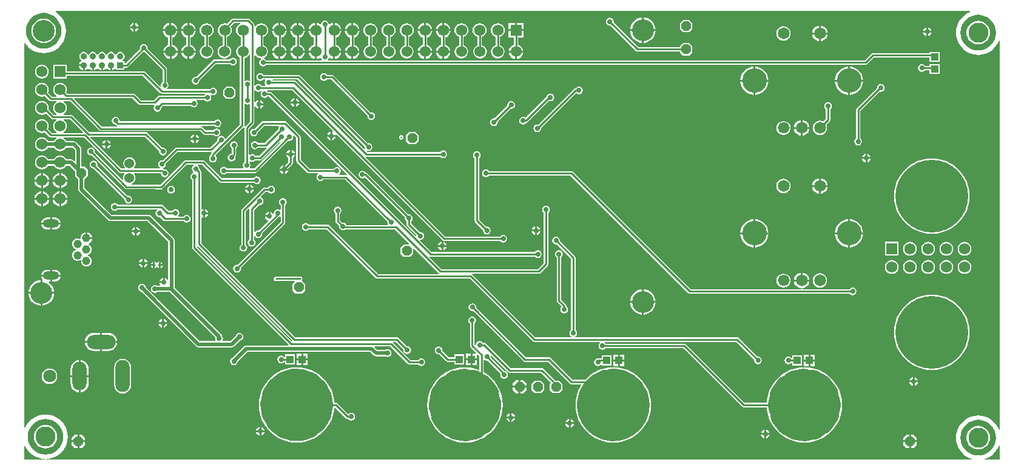
<source format=gtl>
G04*
G04 #@! TF.GenerationSoftware,Altium Limited,Altium Designer,19.1.5 (86)*
G04*
G04 Layer_Physical_Order=1*
G04 Layer_Color=255*
%FSLAX24Y24*%
%MOIN*%
G70*
G01*
G75*
%ADD10C,0.0100*%
%ADD16R,0.0394X0.0433*%
%ADD17C,0.0600*%
%ADD18R,0.0433X0.0394*%
%ADD35C,0.0620*%
%ADD44C,0.2000*%
%ADD45C,0.0200*%
%ADD46P,0.0595X8X112.5*%
%ADD47O,0.1575X0.0787*%
%ADD48O,0.0787X0.1575*%
%ADD49O,0.0787X0.1772*%
%ADD50C,0.0709*%
%ADD51R,0.0620X0.0620*%
%ADD52C,0.1200*%
%ADD53P,0.0595X8X22.5*%
%ADD54O,0.0650X0.0600*%
%ADD55C,0.0650*%
%ADD56C,0.1350*%
%ADD57C,0.4000*%
%ADD58C,0.0540*%
%ADD59R,0.0620X0.0620*%
%ADD60O,0.0886X0.0453*%
%ADD61C,0.0453*%
%ADD62C,0.0350*%
%ADD63R,0.0350X0.0350*%
%ADD64C,0.1100*%
%ADD65C,0.0280*%
%ADD66C,0.0157*%
G36*
X1291Y24561D02*
X1475Y24505D01*
X1644Y24415D01*
X1793Y24293D01*
X1915Y24144D01*
X2005Y23975D01*
X2061Y23791D01*
X2080Y23600D01*
X2061Y23409D01*
X2005Y23225D01*
X1915Y23056D01*
X1793Y22907D01*
X1644Y22785D01*
X1475Y22695D01*
X1291Y22639D01*
X1100Y22620D01*
X909Y22639D01*
X725Y22695D01*
X556Y22785D01*
X407Y22907D01*
X285Y23056D01*
X195Y23225D01*
X139Y23409D01*
X120Y23600D01*
X139Y23791D01*
X195Y23975D01*
X285Y24144D01*
X407Y24293D01*
X556Y24415D01*
X725Y24505D01*
X909Y24561D01*
X1100Y24580D01*
X1291Y24561D01*
D02*
G37*
G36*
X52641Y24461D02*
X52825Y24405D01*
X52994Y24315D01*
X53143Y24193D01*
X53265Y24044D01*
X53355Y23875D01*
X53411Y23691D01*
X53430Y23500D01*
X53411Y23309D01*
X53355Y23125D01*
X53265Y22956D01*
X53143Y22807D01*
X52994Y22685D01*
X52825Y22595D01*
X52641Y22539D01*
X52450Y22520D01*
X52259Y22539D01*
X52075Y22595D01*
X51906Y22685D01*
X51757Y22807D01*
X51635Y22956D01*
X51545Y23125D01*
X51489Y23309D01*
X51470Y23500D01*
X51489Y23691D01*
X51545Y23875D01*
X51635Y24044D01*
X51757Y24193D01*
X51906Y24315D01*
X52075Y24405D01*
X52259Y24461D01*
X52450Y24480D01*
X52641Y24461D01*
D02*
G37*
G36*
X51990Y24630D02*
X51894Y24590D01*
X51731Y24490D01*
X51585Y24365D01*
X51460Y24219D01*
X51360Y24056D01*
X51286Y23878D01*
X51241Y23691D01*
X51226Y23500D01*
X51241Y23309D01*
X51286Y23122D01*
X51360Y22944D01*
X51460Y22781D01*
X51585Y22635D01*
X51731Y22510D01*
X51894Y22410D01*
X52072Y22336D01*
X52259Y22291D01*
X52450Y22276D01*
X52641Y22291D01*
X52828Y22336D01*
X53006Y22410D01*
X53169Y22510D01*
X53315Y22635D01*
X53440Y22781D01*
X53540Y22944D01*
X53590Y23065D01*
X53640Y23055D01*
X53640Y1645D01*
X53590Y1635D01*
X53540Y1756D01*
X53440Y1919D01*
X53315Y2065D01*
X53169Y2190D01*
X53006Y2290D01*
X52828Y2364D01*
X52641Y2409D01*
X52450Y2424D01*
X52259Y2409D01*
X52072Y2364D01*
X51894Y2290D01*
X51731Y2190D01*
X51585Y2065D01*
X51460Y1919D01*
X51360Y1756D01*
X51286Y1578D01*
X51241Y1391D01*
X51226Y1200D01*
X51241Y1009D01*
X51286Y822D01*
X51360Y644D01*
X51460Y481D01*
X51585Y335D01*
X51731Y210D01*
X51894Y110D01*
X52072Y36D01*
X52098Y30D01*
X52092Y-20D01*
X1248Y-20D01*
X1246Y30D01*
X1391Y41D01*
X1578Y86D01*
X1756Y160D01*
X1919Y260D01*
X2065Y385D01*
X2190Y531D01*
X2290Y694D01*
X2364Y872D01*
X2409Y1059D01*
X2424Y1250D01*
X2409Y1441D01*
X2364Y1628D01*
X2290Y1806D01*
X2190Y1969D01*
X2065Y2115D01*
X1919Y2240D01*
X1756Y2340D01*
X1578Y2414D01*
X1391Y2459D01*
X1200Y2474D01*
X1009Y2459D01*
X822Y2414D01*
X644Y2340D01*
X481Y2240D01*
X335Y2115D01*
X210Y1969D01*
X110Y1806D01*
X89Y1756D01*
X40Y1766D01*
X40Y22902D01*
X88Y22916D01*
X110Y22881D01*
X235Y22735D01*
X381Y22610D01*
X544Y22510D01*
X722Y22436D01*
X909Y22391D01*
X1100Y22376D01*
X1291Y22391D01*
X1478Y22436D01*
X1656Y22510D01*
X1819Y22610D01*
X1965Y22735D01*
X2090Y22881D01*
X2190Y23044D01*
X2264Y23222D01*
X2309Y23409D01*
X2324Y23600D01*
X2309Y23791D01*
X2264Y23978D01*
X2190Y24156D01*
X2090Y24319D01*
X1965Y24465D01*
X1819Y24590D01*
X1751Y24632D01*
X1765Y24680D01*
X51980Y24680D01*
X51990Y24630D01*
D02*
G37*
G36*
X1391Y2211D02*
X1575Y2155D01*
X1744Y2065D01*
X1893Y1943D01*
X2015Y1794D01*
X2105Y1625D01*
X2161Y1441D01*
X2180Y1250D01*
X2161Y1059D01*
X2105Y875D01*
X2015Y706D01*
X1893Y557D01*
X1744Y435D01*
X1575Y345D01*
X1391Y289D01*
X1200Y270D01*
X1009Y289D01*
X825Y345D01*
X656Y435D01*
X507Y557D01*
X385Y706D01*
X295Y875D01*
X239Y1059D01*
X220Y1250D01*
X239Y1441D01*
X295Y1625D01*
X385Y1794D01*
X507Y1943D01*
X656Y2065D01*
X825Y2155D01*
X1009Y2211D01*
X1200Y2230D01*
X1391Y2211D01*
D02*
G37*
G36*
X52641Y2161D02*
X52825Y2105D01*
X52994Y2015D01*
X53143Y1893D01*
X53265Y1744D01*
X53355Y1575D01*
X53411Y1391D01*
X53430Y1200D01*
X53411Y1009D01*
X53355Y825D01*
X53265Y656D01*
X53143Y507D01*
X52994Y385D01*
X52825Y295D01*
X52641Y239D01*
X52450Y220D01*
X52259Y239D01*
X52075Y295D01*
X51906Y385D01*
X51757Y507D01*
X51635Y656D01*
X51545Y825D01*
X51489Y1009D01*
X51470Y1200D01*
X51489Y1391D01*
X51545Y1575D01*
X51635Y1744D01*
X51757Y1893D01*
X51906Y2015D01*
X52075Y2105D01*
X52259Y2161D01*
X52450Y2180D01*
X52641Y2161D01*
D02*
G37*
G36*
X110Y694D02*
X210Y531D01*
X335Y385D01*
X481Y260D01*
X644Y160D01*
X822Y86D01*
X1009Y41D01*
X1154Y30D01*
X1152Y-20D01*
X40D01*
Y734D01*
X89Y744D01*
X110Y694D01*
D02*
G37*
G36*
X53640Y755D02*
Y-20D01*
X52808D01*
X52802Y30D01*
X52828Y36D01*
X53006Y110D01*
X53169Y210D01*
X53315Y335D01*
X53440Y481D01*
X53540Y644D01*
X53590Y765D01*
X53640Y755D01*
D02*
G37*
%LPC*%
G36*
X1100Y24274D02*
X969Y24261D01*
X842Y24223D01*
X726Y24161D01*
X624Y24077D01*
X540Y23975D01*
X478Y23859D01*
X440Y23732D01*
X427Y23601D01*
X440Y23470D01*
X478Y23343D01*
X540Y23227D01*
X624Y23125D01*
X726Y23041D01*
X842Y22979D01*
X969Y22941D01*
X1100Y22928D01*
X1231Y22941D01*
X1358Y22979D01*
X1474Y23041D01*
X1576Y23125D01*
X1660Y23227D01*
X1722Y23343D01*
X1760Y23470D01*
X1773Y23601D01*
X1760Y23732D01*
X1722Y23859D01*
X1660Y23975D01*
X1576Y24077D01*
X1474Y24161D01*
X1358Y24223D01*
X1231Y24261D01*
X1100Y24274D01*
D02*
G37*
G36*
X52450Y24148D02*
X52324Y24136D01*
X52202Y24099D01*
X52090Y24039D01*
X51992Y23958D01*
X51911Y23860D01*
X51851Y23748D01*
X51814Y23626D01*
X51802Y23500D01*
X51814Y23374D01*
X51851Y23252D01*
X51911Y23140D01*
X51992Y23042D01*
X52090Y22961D01*
X52202Y22901D01*
X52324Y22864D01*
X52450Y22852D01*
X52576Y22864D01*
X52698Y22901D01*
X52810Y22961D01*
X52908Y23042D01*
X52989Y23140D01*
X53049Y23252D01*
X53086Y23374D01*
X53098Y23500D01*
X53086Y23626D01*
X53049Y23748D01*
X52989Y23860D01*
X52908Y23958D01*
X52810Y24039D01*
X52698Y24099D01*
X52576Y24136D01*
X52450Y24148D01*
D02*
G37*
G36*
X6130Y24025D02*
Y23840D01*
X6315D01*
X6306Y23884D01*
X6253Y23963D01*
X6174Y24016D01*
X6130Y24025D01*
D02*
G37*
G36*
X6030D02*
X5986Y24016D01*
X5907Y23963D01*
X5854Y23884D01*
X5845Y23840D01*
X6030D01*
Y24025D01*
D02*
G37*
G36*
X34070Y24329D02*
Y23681D01*
X34718D01*
X34710Y23768D01*
X34670Y23900D01*
X34605Y24022D01*
X34517Y24128D01*
X34411Y24216D01*
X34289Y24281D01*
X34157Y24321D01*
X34070Y24329D01*
D02*
G37*
G36*
X33970D02*
X33883Y24321D01*
X33751Y24281D01*
X33629Y24216D01*
X33523Y24128D01*
X33435Y24022D01*
X33370Y23900D01*
X33330Y23768D01*
X33322Y23681D01*
X33970D01*
Y24329D01*
D02*
G37*
G36*
X27460Y24041D02*
X27100D01*
Y23681D01*
X27460D01*
Y24041D01*
D02*
G37*
G36*
X27000D02*
X26640D01*
Y23681D01*
X27000D01*
Y24041D01*
D02*
G37*
G36*
X23100Y24038D02*
Y23681D01*
X23457D01*
X23449Y23738D01*
X23408Y23838D01*
X23342Y23923D01*
X23257Y23989D01*
X23157Y24030D01*
X23100Y24038D01*
D02*
G37*
G36*
X23000D02*
X22943Y24030D01*
X22843Y23989D01*
X22758Y23923D01*
X22692Y23838D01*
X22651Y23738D01*
X22643Y23681D01*
X23000D01*
Y24038D01*
D02*
G37*
G36*
X22100D02*
Y23681D01*
X22457D01*
X22449Y23738D01*
X22408Y23838D01*
X22342Y23923D01*
X22257Y23989D01*
X22157Y24030D01*
X22100Y24038D01*
D02*
G37*
G36*
X22000D02*
X21943Y24030D01*
X21843Y23989D01*
X21758Y23923D01*
X21692Y23838D01*
X21651Y23738D01*
X21643Y23681D01*
X22000D01*
Y24038D01*
D02*
G37*
G36*
X18100D02*
Y23681D01*
X18457D01*
X18449Y23738D01*
X18408Y23838D01*
X18342Y23923D01*
X18257Y23989D01*
X18157Y24030D01*
X18100Y24038D01*
D02*
G37*
G36*
X18000D02*
X17943Y24030D01*
X17843Y23989D01*
X17758Y23923D01*
X17692Y23838D01*
X17651Y23738D01*
X17643Y23681D01*
X18000D01*
Y24038D01*
D02*
G37*
G36*
X17100D02*
Y23681D01*
X17457D01*
X17449Y23738D01*
X17408Y23838D01*
X17342Y23923D01*
X17257Y23989D01*
X17157Y24030D01*
X17100Y24038D01*
D02*
G37*
G36*
X16000D02*
X15943Y24030D01*
X15843Y23989D01*
X15758Y23923D01*
X15692Y23838D01*
X15651Y23738D01*
X15643Y23681D01*
X16000D01*
Y24038D01*
D02*
G37*
G36*
X15100D02*
Y23681D01*
X15457D01*
X15449Y23738D01*
X15408Y23838D01*
X15342Y23923D01*
X15257Y23989D01*
X15157Y24030D01*
X15100Y24038D01*
D02*
G37*
G36*
X15000D02*
X14943Y24030D01*
X14843Y23989D01*
X14758Y23923D01*
X14692Y23838D01*
X14651Y23738D01*
X14643Y23681D01*
X15000D01*
Y24038D01*
D02*
G37*
G36*
X14100D02*
Y23681D01*
X14457D01*
X14449Y23738D01*
X14408Y23838D01*
X14342Y23923D01*
X14257Y23989D01*
X14157Y24030D01*
X14100Y24038D01*
D02*
G37*
G36*
X14000D02*
X13943Y24030D01*
X13843Y23989D01*
X13758Y23923D01*
X13692Y23838D01*
X13651Y23738D01*
X13643Y23681D01*
X14000D01*
Y24038D01*
D02*
G37*
G36*
X9100D02*
Y23681D01*
X9457D01*
X9449Y23738D01*
X9408Y23838D01*
X9342Y23923D01*
X9257Y23989D01*
X9157Y24030D01*
X9100Y24038D01*
D02*
G37*
G36*
X9000D02*
X8943Y24030D01*
X8843Y23989D01*
X8758Y23923D01*
X8692Y23838D01*
X8651Y23738D01*
X8643Y23681D01*
X9000D01*
Y24038D01*
D02*
G37*
G36*
X8100D02*
Y23681D01*
X8457D01*
X8449Y23738D01*
X8408Y23838D01*
X8342Y23923D01*
X8257Y23989D01*
X8157Y24030D01*
X8100Y24038D01*
D02*
G37*
G36*
X8000D02*
X7943Y24030D01*
X7843Y23989D01*
X7758Y23923D01*
X7692Y23838D01*
X7651Y23738D01*
X7643Y23681D01*
X8000D01*
Y24038D01*
D02*
G37*
G36*
X49700Y23785D02*
Y23600D01*
X49885D01*
X49876Y23644D01*
X49823Y23723D01*
X49744Y23776D01*
X49700Y23785D01*
D02*
G37*
G36*
X49600D02*
X49556Y23776D01*
X49477Y23723D01*
X49424Y23644D01*
X49415Y23600D01*
X49600D01*
Y23785D01*
D02*
G37*
G36*
X6315Y23740D02*
X6130D01*
Y23555D01*
X6174Y23564D01*
X6253Y23617D01*
X6306Y23696D01*
X6315Y23740D01*
D02*
G37*
G36*
X6030D02*
X5845D01*
X5854Y23696D01*
X5907Y23617D01*
X5986Y23564D01*
X6030Y23555D01*
Y23740D01*
D02*
G37*
G36*
X36572Y24205D02*
X36228D01*
X36055Y24032D01*
Y23688D01*
X36228Y23515D01*
X36572D01*
X36745Y23688D01*
Y24032D01*
X36572Y24205D01*
D02*
G37*
G36*
X43800Y23872D02*
Y23500D01*
X44172D01*
X44164Y23561D01*
X44121Y23664D01*
X44053Y23753D01*
X43964Y23821D01*
X43861Y23864D01*
X43800Y23872D01*
D02*
G37*
G36*
X43700D02*
X43639Y23864D01*
X43536Y23821D01*
X43447Y23753D01*
X43379Y23664D01*
X43336Y23561D01*
X43328Y23500D01*
X43700D01*
Y23872D01*
D02*
G37*
G36*
X49885Y23500D02*
X49700D01*
Y23315D01*
X49744Y23324D01*
X49823Y23377D01*
X49876Y23456D01*
X49885Y23500D01*
D02*
G37*
G36*
X49600D02*
X49415D01*
X49424Y23456D01*
X49477Y23377D01*
X49556Y23324D01*
X49600Y23315D01*
Y23500D01*
D02*
G37*
G36*
X41750Y23848D02*
X41647Y23835D01*
X41551Y23795D01*
X41468Y23732D01*
X41405Y23649D01*
X41365Y23553D01*
X41352Y23450D01*
X41365Y23347D01*
X41405Y23251D01*
X41468Y23168D01*
X41551Y23105D01*
X41647Y23065D01*
X41750Y23052D01*
X41853Y23065D01*
X41949Y23105D01*
X42032Y23168D01*
X42095Y23251D01*
X42135Y23347D01*
X42148Y23450D01*
X42135Y23553D01*
X42095Y23649D01*
X42032Y23732D01*
X41949Y23795D01*
X41853Y23835D01*
X41750Y23848D01*
D02*
G37*
G36*
X44172Y23400D02*
X43800D01*
Y23028D01*
X43861Y23036D01*
X43964Y23079D01*
X44053Y23147D01*
X44121Y23236D01*
X44164Y23339D01*
X44172Y23400D01*
D02*
G37*
G36*
X43700D02*
X43328D01*
X43336Y23339D01*
X43379Y23236D01*
X43447Y23147D01*
X43536Y23079D01*
X43639Y23036D01*
X43700Y23028D01*
Y23400D01*
D02*
G37*
G36*
X34718Y23581D02*
X34070D01*
Y22933D01*
X34157Y22941D01*
X34289Y22981D01*
X34411Y23046D01*
X34517Y23134D01*
X34605Y23240D01*
X34670Y23362D01*
X34710Y23494D01*
X34718Y23581D01*
D02*
G37*
G36*
X33970D02*
X33322D01*
X33330Y23494D01*
X33370Y23362D01*
X33435Y23240D01*
X33523Y23134D01*
X33629Y23046D01*
X33751Y22981D01*
X33883Y22941D01*
X33970Y22933D01*
Y23581D01*
D02*
G37*
G36*
X27460D02*
X26640D01*
Y23221D01*
X26928D01*
Y22832D01*
X26848Y22799D01*
X26765Y22735D01*
X26701Y22652D01*
X26660Y22554D01*
X26653Y22500D01*
X27447D01*
X27440Y22554D01*
X27399Y22652D01*
X27335Y22735D01*
X27252Y22799D01*
X27172Y22832D01*
Y23221D01*
X27460D01*
Y23581D01*
D02*
G37*
G36*
X23457D02*
X22643D01*
X22651Y23524D01*
X22692Y23424D01*
X22758Y23339D01*
X22843Y23273D01*
X22928Y23238D01*
Y22832D01*
X22848Y22799D01*
X22765Y22735D01*
X22701Y22652D01*
X22660Y22554D01*
X22653Y22500D01*
X23447D01*
X23440Y22554D01*
X23399Y22652D01*
X23335Y22735D01*
X23252Y22799D01*
X23172Y22832D01*
Y23238D01*
X23257Y23273D01*
X23342Y23339D01*
X23408Y23424D01*
X23449Y23524D01*
X23457Y23581D01*
D02*
G37*
G36*
X22457D02*
X21643D01*
X21651Y23524D01*
X21692Y23424D01*
X21758Y23339D01*
X21843Y23273D01*
X21928Y23238D01*
Y22832D01*
X21848Y22799D01*
X21765Y22735D01*
X21701Y22652D01*
X21660Y22554D01*
X21653Y22500D01*
X22447D01*
X22440Y22554D01*
X22399Y22652D01*
X22335Y22735D01*
X22252Y22799D01*
X22172Y22832D01*
Y23238D01*
X22257Y23273D01*
X22342Y23339D01*
X22408Y23424D01*
X22449Y23524D01*
X22457Y23581D01*
D02*
G37*
G36*
X18457D02*
X17643D01*
X17651Y23524D01*
X17692Y23424D01*
X17758Y23339D01*
X17843Y23273D01*
X17928Y23238D01*
Y22832D01*
X17848Y22799D01*
X17765Y22735D01*
X17701Y22652D01*
X17660Y22554D01*
X17653Y22500D01*
X18447D01*
X18440Y22554D01*
X18399Y22652D01*
X18335Y22735D01*
X18252Y22799D01*
X18172Y22832D01*
Y23238D01*
X18257Y23273D01*
X18342Y23339D01*
X18408Y23424D01*
X18449Y23524D01*
X18457Y23581D01*
D02*
G37*
G36*
X15457D02*
X14643D01*
X14651Y23524D01*
X14692Y23424D01*
X14758Y23339D01*
X14843Y23273D01*
X14928Y23238D01*
Y22832D01*
X14848Y22799D01*
X14765Y22735D01*
X14701Y22652D01*
X14660Y22554D01*
X14653Y22500D01*
X15447D01*
X15440Y22554D01*
X15399Y22652D01*
X15335Y22735D01*
X15252Y22799D01*
X15172Y22832D01*
Y23238D01*
X15257Y23273D01*
X15342Y23339D01*
X15408Y23424D01*
X15449Y23524D01*
X15457Y23581D01*
D02*
G37*
G36*
X14457D02*
X13643D01*
X13651Y23524D01*
X13692Y23424D01*
X13758Y23339D01*
X13843Y23273D01*
X13928Y23238D01*
Y22832D01*
X13848Y22799D01*
X13765Y22735D01*
X13701Y22652D01*
X13660Y22554D01*
X13653Y22500D01*
X14447D01*
X14440Y22554D01*
X14399Y22652D01*
X14335Y22735D01*
X14252Y22799D01*
X14172Y22832D01*
Y23238D01*
X14257Y23273D01*
X14342Y23339D01*
X14408Y23424D01*
X14449Y23524D01*
X14457Y23581D01*
D02*
G37*
G36*
X9457D02*
X8643D01*
X8651Y23524D01*
X8692Y23424D01*
X8758Y23339D01*
X8843Y23273D01*
X8928Y23238D01*
Y22829D01*
X8856Y22799D01*
X8773Y22735D01*
X8708Y22652D01*
X8668Y22554D01*
X8661Y22500D01*
X9455D01*
X9448Y22554D01*
X9407Y22652D01*
X9343Y22735D01*
X9260Y22799D01*
X9172Y22835D01*
Y23238D01*
X9257Y23273D01*
X9342Y23339D01*
X9408Y23424D01*
X9449Y23524D01*
X9457Y23581D01*
D02*
G37*
G36*
X8457D02*
X7643D01*
X7651Y23524D01*
X7692Y23424D01*
X7758Y23339D01*
X7843Y23273D01*
X7928Y23238D01*
Y22822D01*
X7872Y22799D01*
X7788Y22735D01*
X7724Y22652D01*
X7684Y22554D01*
X7677Y22500D01*
X8470D01*
X8463Y22554D01*
X8423Y22652D01*
X8359Y22735D01*
X8275Y22799D01*
X8178Y22840D01*
X8172Y22840D01*
Y23238D01*
X8257Y23273D01*
X8342Y23339D01*
X8408Y23424D01*
X8449Y23524D01*
X8457Y23581D01*
D02*
G37*
G36*
X32210Y24314D02*
X32128Y24298D01*
X32059Y24251D01*
X32012Y24182D01*
X31996Y24100D01*
X32012Y24018D01*
X32059Y23949D01*
X32128Y23902D01*
X32210Y23886D01*
X32244Y23893D01*
X33643Y22493D01*
X33683Y22467D01*
X33730Y22458D01*
X36055D01*
Y22408D01*
X36228Y22235D01*
X36572D01*
X36745Y22408D01*
Y22752D01*
X36572Y22925D01*
X36228D01*
X36055Y22752D01*
Y22702D01*
X33781D01*
X32417Y24066D01*
X32424Y24100D01*
X32408Y24182D01*
X32361Y24251D01*
X32292Y24298D01*
X32210Y24314D01*
D02*
G37*
G36*
X26050Y24014D02*
X25951Y24001D01*
X25858Y23963D01*
X25779Y23902D01*
X25718Y23823D01*
X25680Y23730D01*
X25667Y23631D01*
X25680Y23532D01*
X25718Y23439D01*
X25779Y23360D01*
X25858Y23299D01*
X25928Y23270D01*
Y22800D01*
X25863Y22773D01*
X25786Y22714D01*
X25727Y22636D01*
X25690Y22546D01*
X25677Y22450D01*
X25690Y22353D01*
X25727Y22263D01*
X25786Y22186D01*
X25863Y22127D01*
X25953Y22089D01*
X26050Y22077D01*
X26147Y22089D01*
X26237Y22127D01*
X26314Y22186D01*
X26373Y22263D01*
X26410Y22353D01*
X26423Y22450D01*
X26410Y22546D01*
X26373Y22636D01*
X26314Y22714D01*
X26237Y22773D01*
X26172Y22800D01*
Y23270D01*
X26242Y23299D01*
X26321Y23360D01*
X26382Y23439D01*
X26420Y23532D01*
X26433Y23631D01*
X26420Y23730D01*
X26382Y23823D01*
X26321Y23902D01*
X26242Y23963D01*
X26149Y24001D01*
X26050Y24014D01*
D02*
G37*
G36*
X25050D02*
X24951Y24001D01*
X24858Y23963D01*
X24779Y23902D01*
X24718Y23823D01*
X24680Y23730D01*
X24667Y23631D01*
X24680Y23532D01*
X24718Y23439D01*
X24779Y23360D01*
X24858Y23299D01*
X24928Y23270D01*
Y22787D01*
X24895Y22773D01*
X24818Y22714D01*
X24758Y22636D01*
X24721Y22546D01*
X24708Y22450D01*
X24721Y22353D01*
X24758Y22263D01*
X24818Y22186D01*
X24895Y22127D01*
X24985Y22089D01*
X25082Y22077D01*
X25178Y22089D01*
X25268Y22127D01*
X25345Y22186D01*
X25405Y22263D01*
X25442Y22353D01*
X25455Y22450D01*
X25442Y22546D01*
X25405Y22636D01*
X25345Y22714D01*
X25268Y22773D01*
X25178Y22810D01*
X25172Y22811D01*
Y23270D01*
X25242Y23299D01*
X25321Y23360D01*
X25382Y23439D01*
X25420Y23532D01*
X25433Y23631D01*
X25420Y23730D01*
X25382Y23823D01*
X25321Y23902D01*
X25242Y23963D01*
X25149Y24001D01*
X25050Y24014D01*
D02*
G37*
G36*
X24050D02*
X23951Y24001D01*
X23858Y23963D01*
X23779Y23902D01*
X23718Y23823D01*
X23680Y23730D01*
X23667Y23631D01*
X23680Y23532D01*
X23718Y23439D01*
X23779Y23360D01*
X23858Y23299D01*
X23928Y23270D01*
Y22800D01*
X23863Y22773D01*
X23786Y22714D01*
X23727Y22636D01*
X23690Y22546D01*
X23677Y22450D01*
X23690Y22353D01*
X23727Y22263D01*
X23786Y22186D01*
X23863Y22127D01*
X23953Y22089D01*
X24050Y22077D01*
X24147Y22089D01*
X24237Y22127D01*
X24314Y22186D01*
X24373Y22263D01*
X24410Y22353D01*
X24423Y22450D01*
X24410Y22546D01*
X24373Y22636D01*
X24314Y22714D01*
X24237Y22773D01*
X24172Y22800D01*
Y23270D01*
X24242Y23299D01*
X24321Y23360D01*
X24382Y23439D01*
X24420Y23532D01*
X24433Y23631D01*
X24420Y23730D01*
X24382Y23823D01*
X24321Y23902D01*
X24242Y23963D01*
X24149Y24001D01*
X24050Y24014D01*
D02*
G37*
G36*
X21050D02*
X20951Y24001D01*
X20858Y23963D01*
X20779Y23902D01*
X20718Y23823D01*
X20680Y23730D01*
X20667Y23631D01*
X20680Y23532D01*
X20718Y23439D01*
X20779Y23360D01*
X20858Y23299D01*
X20928Y23270D01*
Y22800D01*
X20863Y22773D01*
X20786Y22714D01*
X20727Y22636D01*
X20690Y22546D01*
X20677Y22450D01*
X20690Y22353D01*
X20727Y22263D01*
X20786Y22186D01*
X20863Y22127D01*
X20953Y22089D01*
X21050Y22077D01*
X21147Y22089D01*
X21237Y22127D01*
X21314Y22186D01*
X21373Y22263D01*
X21410Y22353D01*
X21423Y22450D01*
X21410Y22546D01*
X21373Y22636D01*
X21314Y22714D01*
X21237Y22773D01*
X21172Y22800D01*
Y23270D01*
X21242Y23299D01*
X21321Y23360D01*
X21382Y23439D01*
X21420Y23532D01*
X21433Y23631D01*
X21420Y23730D01*
X21382Y23823D01*
X21321Y23902D01*
X21242Y23963D01*
X21149Y24001D01*
X21050Y24014D01*
D02*
G37*
G36*
X20050D02*
X19951Y24001D01*
X19858Y23963D01*
X19779Y23902D01*
X19718Y23823D01*
X19680Y23730D01*
X19667Y23631D01*
X19680Y23532D01*
X19718Y23439D01*
X19779Y23360D01*
X19858Y23299D01*
X19928Y23270D01*
Y22796D01*
X19871Y22773D01*
X19794Y22714D01*
X19735Y22636D01*
X19697Y22546D01*
X19685Y22450D01*
X19697Y22353D01*
X19735Y22263D01*
X19794Y22186D01*
X19871Y22127D01*
X19961Y22089D01*
X20058Y22077D01*
X20154Y22089D01*
X20244Y22127D01*
X20322Y22186D01*
X20381Y22263D01*
X20418Y22353D01*
X20431Y22450D01*
X20418Y22546D01*
X20381Y22636D01*
X20322Y22714D01*
X20244Y22773D01*
X20172Y22803D01*
Y23270D01*
X20242Y23299D01*
X20321Y23360D01*
X20382Y23439D01*
X20420Y23532D01*
X20433Y23631D01*
X20420Y23730D01*
X20382Y23823D01*
X20321Y23902D01*
X20242Y23963D01*
X20149Y24001D01*
X20050Y24014D01*
D02*
G37*
G36*
X19050D02*
X18951Y24001D01*
X18858Y23963D01*
X18779Y23902D01*
X18718Y23823D01*
X18680Y23730D01*
X18667Y23631D01*
X18680Y23532D01*
X18718Y23439D01*
X18779Y23360D01*
X18858Y23299D01*
X18928Y23270D01*
Y22800D01*
X18863Y22773D01*
X18786Y22714D01*
X18727Y22636D01*
X18690Y22546D01*
X18677Y22450D01*
X18690Y22353D01*
X18727Y22263D01*
X18786Y22186D01*
X18863Y22127D01*
X18953Y22089D01*
X19050Y22077D01*
X19147Y22089D01*
X19237Y22127D01*
X19314Y22186D01*
X19373Y22263D01*
X19410Y22353D01*
X19423Y22450D01*
X19410Y22546D01*
X19373Y22636D01*
X19314Y22714D01*
X19237Y22773D01*
X19172Y22800D01*
Y23270D01*
X19242Y23299D01*
X19321Y23360D01*
X19382Y23439D01*
X19420Y23532D01*
X19433Y23631D01*
X19420Y23730D01*
X19382Y23823D01*
X19321Y23902D01*
X19242Y23963D01*
X19149Y24001D01*
X19050Y24014D01*
D02*
G37*
G36*
X10050D02*
X9951Y24001D01*
X9858Y23963D01*
X9779Y23902D01*
X9718Y23823D01*
X9680Y23730D01*
X9667Y23631D01*
X9680Y23532D01*
X9718Y23439D01*
X9779Y23360D01*
X9858Y23299D01*
X9928Y23270D01*
Y22800D01*
X9863Y22773D01*
X9786Y22714D01*
X9727Y22636D01*
X9690Y22546D01*
X9677Y22450D01*
X9690Y22353D01*
X9727Y22263D01*
X9786Y22186D01*
X9863Y22127D01*
X9953Y22089D01*
X10050Y22077D01*
X10147Y22089D01*
X10237Y22127D01*
X10314Y22186D01*
X10373Y22263D01*
X10410Y22353D01*
X10423Y22450D01*
X10410Y22546D01*
X10373Y22636D01*
X10314Y22714D01*
X10237Y22773D01*
X10172Y22800D01*
Y23270D01*
X10242Y23299D01*
X10321Y23360D01*
X10382Y23439D01*
X10420Y23532D01*
X10433Y23631D01*
X10420Y23730D01*
X10382Y23823D01*
X10321Y23902D01*
X10242Y23963D01*
X10149Y24001D01*
X10050Y24014D01*
D02*
G37*
G36*
X27447Y22400D02*
X27100D01*
Y22053D01*
X27154Y22060D01*
X27252Y22101D01*
X27335Y22165D01*
X27399Y22248D01*
X27440Y22345D01*
X27447Y22400D01*
D02*
G37*
G36*
X27000D02*
X26653D01*
X26660Y22345D01*
X26701Y22248D01*
X26765Y22165D01*
X26848Y22101D01*
X26946Y22060D01*
X27000Y22053D01*
Y22400D01*
D02*
G37*
G36*
X23447D02*
X23100D01*
Y22053D01*
X23154Y22060D01*
X23252Y22101D01*
X23335Y22165D01*
X23399Y22248D01*
X23440Y22345D01*
X23447Y22400D01*
D02*
G37*
G36*
X23000D02*
X22653D01*
X22660Y22345D01*
X22701Y22248D01*
X22765Y22165D01*
X22848Y22101D01*
X22946Y22060D01*
X23000Y22053D01*
Y22400D01*
D02*
G37*
G36*
X22447D02*
X22100D01*
Y22053D01*
X22154Y22060D01*
X22252Y22101D01*
X22335Y22165D01*
X22399Y22248D01*
X22440Y22345D01*
X22447Y22400D01*
D02*
G37*
G36*
X22000D02*
X21653D01*
X21660Y22345D01*
X21701Y22248D01*
X21765Y22165D01*
X21848Y22101D01*
X21946Y22060D01*
X22000Y22053D01*
Y22400D01*
D02*
G37*
G36*
X18447D02*
X18100D01*
Y22053D01*
X18154Y22060D01*
X18252Y22101D01*
X18335Y22165D01*
X18399Y22248D01*
X18440Y22345D01*
X18447Y22400D01*
D02*
G37*
G36*
X18000D02*
X17653D01*
X17660Y22345D01*
X17701Y22248D01*
X17765Y22165D01*
X17848Y22101D01*
X17946Y22060D01*
X18000Y22053D01*
Y22400D01*
D02*
G37*
G36*
X17447D02*
X17100D01*
Y22053D01*
X17154Y22060D01*
X17252Y22101D01*
X17335Y22165D01*
X17399Y22248D01*
X17440Y22345D01*
X17447Y22400D01*
D02*
G37*
G36*
X16000D02*
X15653D01*
X15660Y22345D01*
X15701Y22248D01*
X15765Y22165D01*
X15848Y22101D01*
X15946Y22060D01*
X16000Y22053D01*
Y22400D01*
D02*
G37*
G36*
X15447D02*
X15100D01*
Y22053D01*
X15154Y22060D01*
X15252Y22101D01*
X15335Y22165D01*
X15399Y22248D01*
X15440Y22345D01*
X15447Y22400D01*
D02*
G37*
G36*
X15000D02*
X14653D01*
X14660Y22345D01*
X14701Y22248D01*
X14765Y22165D01*
X14848Y22101D01*
X14946Y22060D01*
X15000Y22053D01*
Y22400D01*
D02*
G37*
G36*
X14447D02*
X14100D01*
Y22053D01*
X14154Y22060D01*
X14252Y22101D01*
X14335Y22165D01*
X14399Y22248D01*
X14440Y22345D01*
X14447Y22400D01*
D02*
G37*
G36*
X14000D02*
X13653D01*
X13660Y22345D01*
X13701Y22248D01*
X13765Y22165D01*
X13848Y22101D01*
X13946Y22060D01*
X14000Y22053D01*
Y22400D01*
D02*
G37*
G36*
X9455D02*
X9108D01*
Y22053D01*
X9162Y22060D01*
X9260Y22101D01*
X9343Y22165D01*
X9407Y22248D01*
X9448Y22345D01*
X9455Y22400D01*
D02*
G37*
G36*
X9008D02*
X8661D01*
X8668Y22345D01*
X8708Y22248D01*
X8773Y22165D01*
X8856Y22101D01*
X8953Y22060D01*
X9008Y22053D01*
Y22400D01*
D02*
G37*
G36*
X8470D02*
X8124D01*
Y22053D01*
X8178Y22060D01*
X8275Y22101D01*
X8359Y22165D01*
X8423Y22248D01*
X8463Y22345D01*
X8470Y22400D01*
D02*
G37*
G36*
X8024D02*
X7677D01*
X7684Y22345D01*
X7724Y22248D01*
X7788Y22165D01*
X7872Y22101D01*
X7969Y22060D01*
X8024Y22053D01*
Y22400D01*
D02*
G37*
G36*
X11500Y22114D02*
X11418Y22098D01*
X11349Y22051D01*
X11329Y22022D01*
X10500D01*
X10453Y22013D01*
X10413Y21987D01*
X9484Y21057D01*
X9450Y21064D01*
X9368Y21048D01*
X9299Y21001D01*
X9252Y20932D01*
X9236Y20850D01*
X9252Y20768D01*
X9299Y20699D01*
X9368Y20652D01*
X9450Y20636D01*
X9532Y20652D01*
X9601Y20699D01*
X9648Y20768D01*
X9664Y20850D01*
X9657Y20884D01*
X10551Y21778D01*
X11329D01*
X11349Y21749D01*
X11418Y21702D01*
X11500Y21686D01*
X11582Y21702D01*
X11651Y21749D01*
X11698Y21818D01*
X11714Y21900D01*
X11698Y21982D01*
X11651Y22051D01*
X11582Y22098D01*
X11500Y22114D01*
D02*
G37*
G36*
X3250Y21650D02*
X3029D01*
X3032Y21628D01*
X3060Y21561D01*
X3104Y21504D01*
X3161Y21460D01*
X3228Y21432D01*
X3250Y21429D01*
Y21650D01*
D02*
G37*
G36*
X49350Y21764D02*
X49268Y21748D01*
X49199Y21701D01*
X49152Y21632D01*
X49136Y21550D01*
X49152Y21468D01*
X49199Y21399D01*
X49268Y21352D01*
X49350Y21336D01*
X49432Y21352D01*
X49501Y21399D01*
X49521Y21428D01*
X49763D01*
Y21214D01*
X50337D01*
Y21748D01*
X49763D01*
Y21672D01*
X49521D01*
X49501Y21701D01*
X49432Y21748D01*
X49350Y21764D01*
D02*
G37*
G36*
X1000Y21733D02*
X901Y21720D01*
X808Y21682D01*
X729Y21621D01*
X668Y21542D01*
X630Y21449D01*
X617Y21350D01*
X630Y21251D01*
X668Y21158D01*
X729Y21079D01*
X808Y21018D01*
X901Y20980D01*
X1000Y20967D01*
X1099Y20980D01*
X1192Y21018D01*
X1271Y21079D01*
X1332Y21158D01*
X1370Y21251D01*
X1383Y21350D01*
X1370Y21449D01*
X1332Y21542D01*
X1271Y21621D01*
X1192Y21682D01*
X1099Y21720D01*
X1000Y21733D01*
D02*
G37*
G36*
X45400Y21624D02*
Y20900D01*
X46124D01*
X46114Y21002D01*
X46069Y21148D01*
X45998Y21283D01*
X45901Y21401D01*
X45783Y21498D01*
X45648Y21569D01*
X45502Y21614D01*
X45400Y21624D01*
D02*
G37*
G36*
X45300D02*
X45198Y21614D01*
X45052Y21569D01*
X44917Y21498D01*
X44799Y21401D01*
X44702Y21283D01*
X44631Y21148D01*
X44586Y21002D01*
X44576Y20900D01*
X45300D01*
Y21624D01*
D02*
G37*
G36*
X40200D02*
Y20900D01*
X40924D01*
X40914Y21002D01*
X40869Y21148D01*
X40798Y21283D01*
X40701Y21401D01*
X40583Y21498D01*
X40448Y21569D01*
X40302Y21614D01*
X40200Y21624D01*
D02*
G37*
G36*
X40100D02*
X39998Y21614D01*
X39852Y21569D01*
X39717Y21498D01*
X39599Y21401D01*
X39502Y21283D01*
X39431Y21148D01*
X39386Y21002D01*
X39376Y20900D01*
X40100D01*
Y21624D01*
D02*
G37*
G36*
X47100Y20664D02*
X47018Y20648D01*
X46949Y20601D01*
X46902Y20532D01*
X46888Y20461D01*
X45763Y19337D01*
X45737Y19297D01*
X45728Y19250D01*
Y17671D01*
X45699Y17651D01*
X45652Y17582D01*
X45636Y17500D01*
X45652Y17418D01*
X45699Y17349D01*
X45768Y17302D01*
X45850Y17286D01*
X45932Y17302D01*
X46001Y17349D01*
X46048Y17418D01*
X46064Y17500D01*
X46048Y17582D01*
X46001Y17651D01*
X45972Y17671D01*
Y19199D01*
X47024Y20251D01*
X47100Y20236D01*
X47182Y20252D01*
X47251Y20299D01*
X47298Y20368D01*
X47314Y20450D01*
X47298Y20532D01*
X47251Y20601D01*
X47182Y20648D01*
X47100Y20664D01*
D02*
G37*
G36*
X30510Y20534D02*
X30428Y20518D01*
X30359Y20471D01*
X30339Y20442D01*
X30320D01*
X30273Y20433D01*
X30233Y20407D01*
X28264Y18437D01*
X28230Y18444D01*
X28148Y18428D01*
X28079Y18381D01*
X28032Y18312D01*
X28016Y18230D01*
X28032Y18148D01*
X28079Y18079D01*
X28148Y18032D01*
X28230Y18016D01*
X28312Y18032D01*
X28381Y18079D01*
X28428Y18148D01*
X28444Y18230D01*
X28437Y18264D01*
X30343Y20170D01*
X30359Y20169D01*
X30428Y20122D01*
X30510Y20106D01*
X30592Y20122D01*
X30661Y20169D01*
X30708Y20238D01*
X30724Y20320D01*
X30708Y20402D01*
X30661Y20471D01*
X30592Y20518D01*
X30510Y20534D01*
D02*
G37*
G36*
X46124Y20800D02*
X45400D01*
Y20076D01*
X45502Y20086D01*
X45648Y20131D01*
X45783Y20202D01*
X45901Y20299D01*
X45998Y20417D01*
X46069Y20552D01*
X46114Y20698D01*
X46124Y20800D01*
D02*
G37*
G36*
X45300D02*
X44576D01*
X44586Y20698D01*
X44631Y20552D01*
X44702Y20417D01*
X44799Y20299D01*
X44917Y20202D01*
X45052Y20131D01*
X45198Y20086D01*
X45300Y20076D01*
Y20800D01*
D02*
G37*
G36*
X40924D02*
X40200D01*
Y20076D01*
X40302Y20086D01*
X40448Y20131D01*
X40583Y20202D01*
X40701Y20299D01*
X40798Y20417D01*
X40869Y20552D01*
X40914Y20698D01*
X40924Y20800D01*
D02*
G37*
G36*
X40100D02*
X39376D01*
X39386Y20698D01*
X39431Y20552D01*
X39502Y20417D01*
X39599Y20299D01*
X39717Y20202D01*
X39852Y20131D01*
X39998Y20086D01*
X40100Y20076D01*
Y20800D01*
D02*
G37*
G36*
X12333Y24272D02*
X11500D01*
X11453Y24263D01*
X11413Y24237D01*
X11170Y23993D01*
X11149Y24001D01*
X11050Y24014D01*
X10951Y24001D01*
X10858Y23963D01*
X10779Y23902D01*
X10718Y23823D01*
X10680Y23730D01*
X10667Y23631D01*
X10680Y23532D01*
X10718Y23439D01*
X10779Y23360D01*
X10858Y23299D01*
X10928Y23270D01*
Y22809D01*
X10840Y22773D01*
X10762Y22714D01*
X10703Y22636D01*
X10666Y22546D01*
X10653Y22450D01*
X10666Y22353D01*
X10703Y22263D01*
X10762Y22186D01*
X10840Y22127D01*
X10930Y22089D01*
X11026Y22077D01*
X11123Y22089D01*
X11213Y22127D01*
X11290Y22186D01*
X11350Y22263D01*
X11387Y22353D01*
X11400Y22450D01*
X11387Y22546D01*
X11350Y22636D01*
X11290Y22714D01*
X11213Y22773D01*
X11172Y22790D01*
Y23270D01*
X11242Y23299D01*
X11321Y23360D01*
X11382Y23439D01*
X11420Y23532D01*
X11433Y23631D01*
X11420Y23730D01*
X11382Y23823D01*
X11366Y23843D01*
X11551Y24028D01*
X11884D01*
X11894Y23978D01*
X11858Y23963D01*
X11779Y23902D01*
X11718Y23823D01*
X11680Y23730D01*
X11667Y23631D01*
X11680Y23532D01*
X11718Y23439D01*
X11779Y23360D01*
X11858Y23299D01*
X11928Y23270D01*
Y22800D01*
X11863Y22773D01*
X11786Y22714D01*
X11727Y22636D01*
X11690Y22546D01*
X11677Y22450D01*
X11690Y22353D01*
X11727Y22263D01*
X11786Y22186D01*
X11863Y22127D01*
X11878Y22121D01*
Y18433D01*
X11098Y17654D01*
X11051Y17668D01*
X11048Y17682D01*
X11001Y17751D01*
X10932Y17798D01*
X10850Y17814D01*
X10768Y17798D01*
X10699Y17751D01*
X10652Y17682D01*
X10636Y17600D01*
X10643Y17566D01*
X10249Y17172D01*
X8400D01*
X8353Y17163D01*
X8313Y17137D01*
X7634Y16457D01*
X7600Y16464D01*
X7518Y16448D01*
X7449Y16401D01*
X7402Y16332D01*
X7386Y16250D01*
X7402Y16168D01*
X7449Y16099D01*
X7488Y16072D01*
X7473Y16022D01*
X6089D01*
X6069Y16072D01*
X6112Y16129D01*
X6146Y16211D01*
X6158Y16300D01*
X6146Y16389D01*
X6112Y16471D01*
X6057Y16542D01*
X5986Y16597D01*
X5904Y16631D01*
X5815Y16643D01*
X5726Y16631D01*
X5643Y16597D01*
X5572Y16542D01*
X5518Y16471D01*
X5484Y16389D01*
X5472Y16300D01*
X5484Y16211D01*
X5518Y16129D01*
X5561Y16072D01*
X5541Y16022D01*
X5360D01*
X3651Y17731D01*
X3670Y17778D01*
X6649D01*
X7443Y16984D01*
X7436Y16950D01*
X7452Y16868D01*
X7499Y16799D01*
X7568Y16752D01*
X7650Y16736D01*
X7732Y16752D01*
X7801Y16799D01*
X7848Y16868D01*
X7864Y16950D01*
X7848Y17032D01*
X7801Y17101D01*
X7732Y17148D01*
X7650Y17164D01*
X7616Y17157D01*
X6787Y17987D01*
X6747Y18013D01*
X6700Y18022D01*
X3601D01*
X2687Y18937D01*
X2647Y18963D01*
X2600Y18972D01*
X2211D01*
X2198Y19003D01*
X2197Y19022D01*
X2271Y19079D01*
X2332Y19158D01*
X2370Y19251D01*
X2383Y19350D01*
X2370Y19449D01*
X2332Y19542D01*
X2271Y19621D01*
X2197Y19678D01*
X2198Y19697D01*
X2211Y19728D01*
X2549D01*
X4153Y18123D01*
X4193Y18097D01*
X4240Y18088D01*
X9689D01*
X9863Y17913D01*
X9903Y17887D01*
X9950Y17878D01*
X10429D01*
X10449Y17849D01*
X10518Y17802D01*
X10600Y17786D01*
X10682Y17802D01*
X10751Y17849D01*
X10798Y17918D01*
X10814Y18000D01*
X10798Y18082D01*
X10751Y18151D01*
X10682Y18198D01*
X10600Y18214D01*
X10518Y18198D01*
X10449Y18151D01*
X10429Y18122D01*
X10001D01*
X9827Y18297D01*
X9787Y18323D01*
X9764Y18328D01*
X9769Y18378D01*
X10479D01*
X10499Y18349D01*
X10568Y18302D01*
X10650Y18286D01*
X10732Y18302D01*
X10801Y18349D01*
X10848Y18418D01*
X10864Y18500D01*
X10848Y18582D01*
X10801Y18651D01*
X10732Y18698D01*
X10650Y18714D01*
X10568Y18698D01*
X10499Y18651D01*
X10479Y18622D01*
X5287D01*
X5264Y18650D01*
X5248Y18732D01*
X5201Y18801D01*
X5132Y18848D01*
X5050Y18864D01*
X4968Y18848D01*
X4899Y18801D01*
X4852Y18732D01*
X4836Y18650D01*
X4852Y18568D01*
X4899Y18499D01*
X4968Y18452D01*
X5039Y18438D01*
X5063Y18413D01*
X5103Y18387D01*
X5126Y18382D01*
X5121Y18332D01*
X4291D01*
X2772Y19851D01*
X2791Y19898D01*
X5979D01*
X6313Y19563D01*
X6353Y19537D01*
X6400Y19528D01*
X7156D01*
X7183Y19478D01*
X7152Y19432D01*
X7136Y19350D01*
X7152Y19268D01*
X7199Y19199D01*
X7268Y19152D01*
X7350Y19136D01*
X7432Y19152D01*
X7501Y19199D01*
X7548Y19268D01*
X7564Y19350D01*
X7557Y19384D01*
X7651Y19478D01*
X9179D01*
X9199Y19449D01*
X9268Y19402D01*
X9350Y19386D01*
X9432Y19402D01*
X9501Y19449D01*
X9548Y19518D01*
X9564Y19600D01*
X9548Y19682D01*
X9504Y19748D01*
X9515Y19796D01*
X9515Y19798D01*
X9929D01*
X9949Y19769D01*
X10018Y19722D01*
X10100Y19706D01*
X10182Y19722D01*
X10251Y19769D01*
X10298Y19838D01*
X10314Y19920D01*
X10298Y20002D01*
X10273Y20039D01*
X10309Y20075D01*
X10328Y20062D01*
X10410Y20046D01*
X10492Y20062D01*
X10561Y20109D01*
X10608Y20178D01*
X10624Y20260D01*
X10608Y20342D01*
X10561Y20411D01*
X10492Y20458D01*
X10410Y20474D01*
X10328Y20458D01*
X10259Y20411D01*
X10239Y20382D01*
X7892D01*
X7877Y20432D01*
X7901Y20449D01*
X7948Y20518D01*
X7964Y20600D01*
X7948Y20682D01*
X7901Y20751D01*
X7872Y20771D01*
Y21500D01*
X7863Y21547D01*
X7837Y21587D01*
X6807Y22616D01*
X6814Y22650D01*
X6798Y22732D01*
X6751Y22801D01*
X6682Y22848D01*
X6600Y22864D01*
X6518Y22848D01*
X6449Y22801D01*
X6402Y22732D01*
X6386Y22650D01*
X6393Y22616D01*
X5599Y21822D01*
X5545D01*
Y21945D01*
X5449D01*
X5434Y21995D01*
X5477Y22023D01*
X5531Y22104D01*
X5550Y22200D01*
X5531Y22296D01*
X5477Y22377D01*
X5396Y22431D01*
X5300Y22450D01*
X5204Y22431D01*
X5123Y22377D01*
X5078Y22308D01*
X5067Y22306D01*
X5033D01*
X5022Y22308D01*
X4977Y22377D01*
X4896Y22431D01*
X4800Y22450D01*
X4704Y22431D01*
X4623Y22377D01*
X4578Y22308D01*
X4567Y22306D01*
X4533D01*
X4522Y22308D01*
X4477Y22377D01*
X4396Y22431D01*
X4300Y22450D01*
X4204Y22431D01*
X4123Y22377D01*
X4078Y22308D01*
X4067Y22306D01*
X4033D01*
X4022Y22308D01*
X3977Y22377D01*
X3896Y22431D01*
X3800Y22450D01*
X3704Y22431D01*
X3623Y22377D01*
X3578Y22308D01*
X3567Y22306D01*
X3533D01*
X3522Y22308D01*
X3477Y22377D01*
X3396Y22431D01*
X3300Y22450D01*
X3204Y22431D01*
X3123Y22377D01*
X3069Y22296D01*
X3050Y22200D01*
X3069Y22104D01*
X3123Y22023D01*
X3165Y21996D01*
X3161Y21940D01*
X3104Y21896D01*
X3060Y21839D01*
X3032Y21772D01*
X3029Y21750D01*
X3300D01*
Y21700D01*
X3350D01*
Y21429D01*
X3372Y21432D01*
X3439Y21460D01*
X3496Y21504D01*
X3519Y21534D01*
X3581D01*
X3604Y21504D01*
X3661Y21460D01*
X3728Y21432D01*
X3750Y21429D01*
Y21700D01*
X3850D01*
Y21429D01*
X3872Y21432D01*
X3939Y21460D01*
X3996Y21504D01*
X4019Y21534D01*
X4081D01*
X4104Y21504D01*
X4161Y21460D01*
X4228Y21432D01*
X4250Y21429D01*
Y21700D01*
X4350D01*
Y21429D01*
X4372Y21432D01*
X4439Y21460D01*
X4496Y21504D01*
X4519Y21534D01*
X4581D01*
X4604Y21504D01*
X4661Y21460D01*
X4728Y21432D01*
X4750Y21429D01*
Y21700D01*
X4850D01*
Y21429D01*
X4872Y21432D01*
X4939Y21460D01*
X4996Y21504D01*
X5005Y21515D01*
X5055Y21498D01*
Y21455D01*
X5545D01*
Y21578D01*
X5650D01*
X5697Y21587D01*
X5737Y21613D01*
X6566Y22443D01*
X6600Y22436D01*
X6634Y22443D01*
X7628Y21449D01*
Y20771D01*
X7599Y20751D01*
X7552Y20682D01*
X7536Y20600D01*
X7546Y20547D01*
X7500Y20523D01*
X6687Y21337D01*
X6647Y21363D01*
X6600Y21372D01*
X2380D01*
Y21730D01*
X1620D01*
Y20970D01*
X2380D01*
Y21128D01*
X6549D01*
X7503Y20173D01*
X7543Y20147D01*
X7590Y20138D01*
X9958D01*
X9973Y20088D01*
X9949Y20071D01*
X9929Y20042D01*
X7470D01*
X7423Y20033D01*
X7383Y20007D01*
X7149Y19772D01*
X6451D01*
X6117Y20107D01*
X6077Y20133D01*
X6030Y20142D01*
X2381D01*
X2342Y20182D01*
X2370Y20251D01*
X2383Y20350D01*
X2370Y20449D01*
X2332Y20542D01*
X2271Y20621D01*
X2192Y20682D01*
X2099Y20720D01*
X2000Y20733D01*
X1901Y20720D01*
X1808Y20682D01*
X1729Y20621D01*
X1668Y20542D01*
X1630Y20449D01*
X1617Y20350D01*
X1630Y20251D01*
X1668Y20158D01*
X1729Y20079D01*
X1803Y20022D01*
X1802Y20003D01*
X1789Y19972D01*
X1551D01*
X1342Y20182D01*
X1370Y20251D01*
X1383Y20350D01*
X1370Y20449D01*
X1332Y20542D01*
X1271Y20621D01*
X1192Y20682D01*
X1099Y20720D01*
X1000Y20733D01*
X901Y20720D01*
X808Y20682D01*
X729Y20621D01*
X668Y20542D01*
X630Y20449D01*
X617Y20350D01*
X630Y20251D01*
X668Y20158D01*
X729Y20079D01*
X808Y20018D01*
X901Y19980D01*
X1000Y19967D01*
X1099Y19980D01*
X1168Y20008D01*
X1413Y19763D01*
X1453Y19737D01*
X1500Y19728D01*
X1789D01*
X1802Y19697D01*
X1803Y19678D01*
X1729Y19621D01*
X1668Y19542D01*
X1630Y19449D01*
X1617Y19350D01*
X1630Y19251D01*
X1668Y19158D01*
X1729Y19079D01*
X1803Y19022D01*
X1802Y19003D01*
X1789Y18972D01*
X1651D01*
X1370Y19253D01*
X1383Y19350D01*
X1370Y19449D01*
X1332Y19542D01*
X1271Y19621D01*
X1192Y19682D01*
X1099Y19720D01*
X1000Y19733D01*
X901Y19720D01*
X808Y19682D01*
X729Y19621D01*
X668Y19542D01*
X630Y19449D01*
X617Y19350D01*
X630Y19251D01*
X668Y19158D01*
X729Y19079D01*
X808Y19018D01*
X901Y18980D01*
X1000Y18967D01*
X1099Y18980D01*
X1192Y19018D01*
X1230Y19047D01*
X1513Y18763D01*
X1553Y18737D01*
X1600Y18728D01*
X1789D01*
X1802Y18697D01*
X1803Y18678D01*
X1729Y18621D01*
X1668Y18542D01*
X1630Y18449D01*
X1617Y18350D01*
X1630Y18251D01*
X1668Y18158D01*
X1729Y18079D01*
X1803Y18022D01*
X1802Y18003D01*
X1789Y17972D01*
X1551D01*
X1342Y18182D01*
X1370Y18251D01*
X1383Y18350D01*
X1370Y18449D01*
X1332Y18542D01*
X1271Y18621D01*
X1192Y18682D01*
X1099Y18720D01*
X1000Y18733D01*
X901Y18720D01*
X808Y18682D01*
X729Y18621D01*
X668Y18542D01*
X630Y18449D01*
X617Y18350D01*
X630Y18251D01*
X668Y18158D01*
X729Y18079D01*
X808Y18018D01*
X901Y17980D01*
X1000Y17967D01*
X1099Y17980D01*
X1168Y18008D01*
X1413Y17763D01*
X1453Y17737D01*
X1500Y17728D01*
X1789D01*
X1802Y17697D01*
X1803Y17678D01*
X1729Y17621D01*
X1668Y17542D01*
X1660Y17523D01*
X1340D01*
X1332Y17542D01*
X1271Y17621D01*
X1192Y17682D01*
X1099Y17720D01*
X1000Y17733D01*
X901Y17720D01*
X808Y17682D01*
X729Y17621D01*
X668Y17542D01*
X630Y17449D01*
X617Y17350D01*
X630Y17251D01*
X668Y17158D01*
X729Y17079D01*
X808Y17018D01*
X901Y16980D01*
X1000Y16967D01*
X1099Y16980D01*
X1192Y17018D01*
X1271Y17079D01*
X1332Y17158D01*
X1340Y17177D01*
X1660D01*
X1668Y17158D01*
X1729Y17079D01*
X1808Y17018D01*
X1901Y16980D01*
X2000Y16967D01*
X2099Y16980D01*
X2192Y17018D01*
X2271Y17079D01*
X2332Y17158D01*
X2340Y17177D01*
X2678D01*
X2827Y17028D01*
Y16434D01*
X2780Y16415D01*
X2723Y16473D01*
X2666Y16510D01*
X2600Y16523D01*
X2340D01*
X2332Y16542D01*
X2271Y16621D01*
X2192Y16682D01*
X2099Y16720D01*
X2000Y16733D01*
X1901Y16720D01*
X1808Y16682D01*
X1729Y16621D01*
X1668Y16542D01*
X1660Y16523D01*
X1340D01*
X1332Y16542D01*
X1271Y16621D01*
X1192Y16682D01*
X1099Y16720D01*
X1000Y16733D01*
X901Y16720D01*
X808Y16682D01*
X729Y16621D01*
X668Y16542D01*
X630Y16449D01*
X617Y16350D01*
X630Y16251D01*
X668Y16158D01*
X729Y16079D01*
X808Y16018D01*
X901Y15980D01*
X1000Y15967D01*
X1099Y15980D01*
X1192Y16018D01*
X1271Y16079D01*
X1332Y16158D01*
X1340Y16177D01*
X1660D01*
X1668Y16158D01*
X1729Y16079D01*
X1808Y16018D01*
X1901Y15980D01*
X2000Y15967D01*
X2099Y15980D01*
X2192Y16018D01*
X2271Y16079D01*
X2332Y16158D01*
X2340Y16177D01*
X2528D01*
X2830Y15875D01*
Y15603D01*
X3002Y15431D01*
Y14875D01*
X3015Y14809D01*
X3052Y14752D01*
X4627Y13177D01*
X4684Y13140D01*
X4750Y13127D01*
X6808D01*
X7947Y11988D01*
Y9923D01*
X7897Y9908D01*
X7873Y9943D01*
X7794Y9996D01*
X7750Y10005D01*
Y9770D01*
X7700D01*
Y9720D01*
X7465D01*
X7474Y9676D01*
X7516Y9613D01*
X7494Y9563D01*
X7329D01*
X7292Y9588D01*
X7210Y9604D01*
X7128Y9588D01*
X7059Y9541D01*
X7012Y9472D01*
X6996Y9390D01*
X7012Y9308D01*
X7059Y9239D01*
X7128Y9192D01*
X7210Y9176D01*
X7292Y9192D01*
X7329Y9217D01*
X8038D01*
X10539Y6716D01*
X10526Y6650D01*
X10542Y6568D01*
X10549Y6557D01*
X10526Y6513D01*
X9682D01*
X6706Y9489D01*
X6698Y9532D01*
X6651Y9601D01*
X6582Y9648D01*
X6500Y9664D01*
X6418Y9648D01*
X6349Y9601D01*
X6302Y9532D01*
X6286Y9450D01*
X6302Y9368D01*
X6349Y9299D01*
X6418Y9252D01*
X6461Y9244D01*
X9487Y6217D01*
X9544Y6180D01*
X9610Y6167D01*
X11440D01*
X11506Y6180D01*
X11563Y6217D01*
X11897Y6552D01*
X11940Y6561D01*
X12010Y6607D01*
X12056Y6676D01*
X12072Y6758D01*
X12056Y6840D01*
X12010Y6910D01*
X11940Y6956D01*
X11858Y6972D01*
X11776Y6956D01*
X11707Y6910D01*
X11661Y6840D01*
X11652Y6797D01*
X11368Y6513D01*
X10954D01*
X10931Y6557D01*
X10938Y6568D01*
X10954Y6650D01*
X10938Y6732D01*
X10911Y6772D01*
X10900Y6826D01*
X10863Y6883D01*
X8293Y9452D01*
Y12060D01*
X8280Y12126D01*
X8243Y12183D01*
X7003Y13423D01*
X6946Y13460D01*
X6880Y13473D01*
X4822D01*
X3348Y14947D01*
Y15431D01*
X3520Y15603D01*
Y15948D01*
X3347Y16120D01*
X3173D01*
Y17100D01*
X3160Y17166D01*
X3123Y17223D01*
X2873Y17473D01*
X2816Y17510D01*
X2750Y17523D01*
X2340D01*
X2332Y17542D01*
X2271Y17621D01*
X2197Y17678D01*
X2198Y17697D01*
X2211Y17728D01*
X3309D01*
X5223Y15813D01*
X5263Y15787D01*
X5310Y15778D01*
X5526D01*
X5546Y15728D01*
X5503Y15671D01*
X5469Y15589D01*
X5457Y15500D01*
X5467Y15427D01*
X5420Y15403D01*
X3907Y16916D01*
X3914Y16950D01*
X3898Y17032D01*
X3851Y17101D01*
X3782Y17148D01*
X3700Y17164D01*
X3618Y17148D01*
X3549Y17101D01*
X3502Y17032D01*
X3486Y16950D01*
X3502Y16868D01*
X3549Y16799D01*
X3618Y16752D01*
X3700Y16736D01*
X3734Y16743D01*
X5553Y14923D01*
X5593Y14897D01*
X5640Y14888D01*
X7220D01*
X7221Y14887D01*
X7268Y14878D01*
X7550D01*
X7597Y14887D01*
X7637Y14913D01*
X8951Y16228D01*
X9323D01*
X9338Y16178D01*
X9299Y16151D01*
X9252Y16082D01*
X9236Y16000D01*
X9252Y15918D01*
X9299Y15849D01*
X9324Y15832D01*
X9313Y15779D01*
X9292Y15774D01*
X9222Y15728D01*
X9176Y15658D01*
X9160Y15576D01*
X9176Y15494D01*
X9222Y15425D01*
X9251Y15406D01*
Y11676D01*
X9261Y11630D01*
X9287Y11590D01*
X14557Y6320D01*
X14538Y6273D01*
X12228D01*
X12228Y6273D01*
X12162Y6260D01*
X12106Y6223D01*
X11484Y5601D01*
X11468Y5598D01*
X11399Y5551D01*
X11352Y5482D01*
X11336Y5400D01*
X11352Y5318D01*
X11399Y5249D01*
X11468Y5202D01*
X11550Y5186D01*
X11632Y5202D01*
X11701Y5249D01*
X11748Y5318D01*
X11762Y5388D01*
X12300Y5927D01*
X19028D01*
X19227Y5727D01*
X19284Y5690D01*
X19350Y5677D01*
X19881D01*
X19918Y5652D01*
X20000Y5636D01*
X20082Y5652D01*
X20151Y5699D01*
X20198Y5768D01*
X20214Y5850D01*
X20198Y5932D01*
X20151Y6001D01*
X20082Y6048D01*
X20000Y6064D01*
X19918Y6048D01*
X19881Y6023D01*
X19422D01*
X19267Y6178D01*
X19288Y6228D01*
X20149D01*
X21113Y5263D01*
X21153Y5237D01*
X21200Y5228D01*
X21679D01*
X21699Y5199D01*
X21768Y5152D01*
X21850Y5136D01*
X21932Y5152D01*
X22001Y5199D01*
X22048Y5268D01*
X22064Y5350D01*
X22048Y5432D01*
X22001Y5501D01*
X21932Y5548D01*
X21850Y5564D01*
X21768Y5548D01*
X21699Y5501D01*
X21679Y5472D01*
X21251D01*
X20295Y6428D01*
X20304Y6462D01*
X20315Y6478D01*
X20449D01*
X20868Y6059D01*
X20861Y6025D01*
X20877Y5943D01*
X20924Y5874D01*
X20993Y5827D01*
X21075Y5811D01*
X21157Y5827D01*
X21226Y5874D01*
X21273Y5943D01*
X21289Y6025D01*
X21273Y6107D01*
X21226Y6176D01*
X21157Y6223D01*
X21075Y6239D01*
X21041Y6232D01*
X20587Y6687D01*
X20547Y6713D01*
X20500Y6722D01*
X14933D01*
X9756Y11899D01*
Y13305D01*
X9800Y13328D01*
X9806Y13324D01*
X9850Y13315D01*
Y13550D01*
Y13785D01*
X9806Y13776D01*
X9800Y13772D01*
X9756Y13795D01*
Y15826D01*
X9747Y15873D01*
X9720Y15913D01*
X9659Y15974D01*
X9664Y16000D01*
X9648Y16082D01*
X9601Y16151D01*
X9562Y16178D01*
X9577Y16228D01*
X9799D01*
X10749Y15278D01*
X10788Y15252D01*
X10835Y15242D01*
X12644D01*
X12663Y15213D01*
X12733Y15167D01*
X12815Y15151D01*
X12897Y15167D01*
X12966Y15213D01*
X13013Y15283D01*
X13029Y15365D01*
X13013Y15447D01*
X12966Y15516D01*
X12897Y15563D01*
X12815Y15579D01*
X12733Y15563D01*
X12663Y15516D01*
X12644Y15487D01*
X10886D01*
X9937Y16437D01*
X9897Y16463D01*
X9850Y16472D01*
X8900D01*
X8853Y16463D01*
X8813Y16437D01*
X7499Y15122D01*
X7306D01*
X7305Y15123D01*
X7258Y15132D01*
X5932D01*
X5922Y15182D01*
X5971Y15203D01*
X6042Y15258D01*
X6097Y15329D01*
X6131Y15411D01*
X6143Y15500D01*
X6131Y15589D01*
X6097Y15671D01*
X6054Y15728D01*
X6074Y15778D01*
X7513D01*
X7536Y15750D01*
X7552Y15668D01*
X7599Y15599D01*
X7668Y15552D01*
X7750Y15536D01*
X7832Y15552D01*
X7901Y15599D01*
X7948Y15668D01*
X7964Y15750D01*
X7948Y15832D01*
X7901Y15901D01*
X7832Y15948D01*
X7750Y15964D01*
X7716Y15957D01*
X7687Y15987D01*
X7669Y15999D01*
X7679Y16052D01*
X7682Y16052D01*
X7751Y16099D01*
X7798Y16168D01*
X7814Y16250D01*
X7807Y16284D01*
X8451Y16928D01*
X10300D01*
X10302Y16928D01*
X10327Y16882D01*
X10313Y16869D01*
X10287Y16829D01*
X10278Y16782D01*
Y16733D01*
X10249Y16714D01*
X10202Y16644D01*
X10186Y16562D01*
X10202Y16481D01*
X10249Y16411D01*
X10318Y16365D01*
X10400Y16348D01*
X10482Y16365D01*
X10551Y16411D01*
X10598Y16481D01*
X10614Y16562D01*
X10598Y16644D01*
X10551Y16714D01*
X10547Y16756D01*
X12087Y18296D01*
X12133Y18275D01*
X12128Y18250D01*
Y16371D01*
X12099Y16351D01*
X12052Y16282D01*
X12036Y16200D01*
X12052Y16118D01*
X12083Y16072D01*
X12056Y16022D01*
X11171D01*
X11151Y16051D01*
X11082Y16098D01*
X11000Y16114D01*
X10918Y16098D01*
X10849Y16051D01*
X10802Y15982D01*
X10786Y15900D01*
X10802Y15818D01*
X10849Y15749D01*
X10918Y15702D01*
X11000Y15686D01*
X11082Y15702D01*
X11151Y15749D01*
X11171Y15778D01*
X12720D01*
X12767Y15787D01*
X12807Y15813D01*
X14541Y17548D01*
X14600Y17536D01*
X14682Y17552D01*
X14751Y17599D01*
X14798Y17668D01*
X14814Y17750D01*
X14804Y17803D01*
X14850Y17827D01*
X14978Y17699D01*
Y16460D01*
X14987Y16413D01*
X15013Y16373D01*
X15583Y15803D01*
X15623Y15777D01*
X15670Y15768D01*
X16173D01*
X16188Y15718D01*
X16149Y15691D01*
X16102Y15622D01*
X16086Y15540D01*
X16102Y15458D01*
X16149Y15389D01*
X16218Y15342D01*
X16300Y15326D01*
X16382Y15342D01*
X16451Y15389D01*
X16471Y15418D01*
X17659D01*
X19993Y13084D01*
X19986Y13050D01*
X20002Y12968D01*
X20010Y12956D01*
X19986Y12912D01*
X17738D01*
X17691Y12981D01*
X17622Y13028D01*
X17540Y13044D01*
X17506Y13037D01*
X17372Y13171D01*
Y13529D01*
X17401Y13549D01*
X17448Y13618D01*
X17464Y13700D01*
X17448Y13782D01*
X17401Y13851D01*
X17332Y13898D01*
X17250Y13914D01*
X17168Y13898D01*
X17099Y13851D01*
X17052Y13782D01*
X17036Y13700D01*
X17052Y13618D01*
X17099Y13549D01*
X17128Y13529D01*
Y13120D01*
X17137Y13073D01*
X17163Y13033D01*
X17333Y12864D01*
X17326Y12830D01*
X17342Y12748D01*
X17389Y12679D01*
X17458Y12632D01*
X17540Y12616D01*
X17622Y12632D01*
X17675Y12668D01*
X20409D01*
X21182Y11895D01*
X21161Y11845D01*
X20877D01*
X20705Y11673D01*
Y11328D01*
X20877Y11155D01*
X21223D01*
X21395Y11328D01*
Y11611D01*
X21445Y11632D01*
X22813Y10263D01*
X22830Y10252D01*
X22815Y10202D01*
X19471D01*
X16787Y12887D01*
X16747Y12913D01*
X16700Y12922D01*
X15671D01*
X15651Y12951D01*
X15582Y12998D01*
X15500Y13014D01*
X15418Y12998D01*
X15349Y12951D01*
X15302Y12882D01*
X15286Y12800D01*
X15302Y12718D01*
X15349Y12649D01*
X15418Y12602D01*
X15500Y12586D01*
X15582Y12602D01*
X15651Y12649D01*
X15671Y12678D01*
X16649D01*
X19333Y9993D01*
X19373Y9967D01*
X19420Y9958D01*
X24519D01*
X27963Y6513D01*
X28003Y6487D01*
X28050Y6478D01*
X31673D01*
X31688Y6428D01*
X31649Y6401D01*
X31602Y6332D01*
X31586Y6250D01*
X31602Y6168D01*
X31649Y6099D01*
X31718Y6052D01*
X31800Y6036D01*
X31882Y6052D01*
X31951Y6099D01*
X31971Y6128D01*
X36249D01*
X39463Y2913D01*
X39503Y2887D01*
X39550Y2878D01*
X40834D01*
X40843Y2729D01*
X40896Y2463D01*
X40983Y2206D01*
X41103Y1963D01*
X41254Y1737D01*
X41433Y1533D01*
X41637Y1354D01*
X41863Y1203D01*
X42106Y1083D01*
X42363Y996D01*
X42629Y943D01*
X42900Y926D01*
X43171Y943D01*
X43437Y996D01*
X43694Y1083D01*
X43937Y1203D01*
X44163Y1354D01*
X44367Y1533D01*
X44546Y1737D01*
X44697Y1963D01*
X44817Y2206D01*
X44904Y2463D01*
X44957Y2729D01*
X44974Y3000D01*
X44957Y3271D01*
X44904Y3537D01*
X44817Y3794D01*
X44697Y4037D01*
X44546Y4263D01*
X44367Y4467D01*
X44163Y4646D01*
X43937Y4797D01*
X43694Y4917D01*
X43437Y5004D01*
X43171Y5057D01*
X42900Y5074D01*
X42629Y5057D01*
X42363Y5004D01*
X42106Y4917D01*
X41863Y4797D01*
X41637Y4646D01*
X41433Y4467D01*
X41254Y4263D01*
X41103Y4037D01*
X40983Y3794D01*
X40896Y3537D01*
X40843Y3271D01*
X40834Y3122D01*
X39601D01*
X36387Y6337D01*
X36347Y6363D01*
X36300Y6372D01*
X31971D01*
X31951Y6401D01*
X31912Y6428D01*
X31927Y6478D01*
X39149D01*
X40143Y5484D01*
X40136Y5450D01*
X40152Y5368D01*
X40199Y5299D01*
X40268Y5252D01*
X40350Y5236D01*
X40432Y5252D01*
X40501Y5299D01*
X40548Y5368D01*
X40564Y5450D01*
X40548Y5532D01*
X40501Y5601D01*
X40432Y5648D01*
X40350Y5664D01*
X40316Y5657D01*
X39287Y6687D01*
X39247Y6713D01*
X39200Y6722D01*
X30327D01*
X30312Y6772D01*
X30351Y6799D01*
X30398Y6868D01*
X30414Y6950D01*
X30398Y7032D01*
X30351Y7101D01*
X30322Y7121D01*
Y11100D01*
X30313Y11147D01*
X30287Y11187D01*
X29457Y12016D01*
X29464Y12050D01*
X29448Y12132D01*
X29401Y12201D01*
X29332Y12248D01*
X29250Y12264D01*
X29168Y12248D01*
X29099Y12201D01*
X29052Y12132D01*
X29036Y12050D01*
X29052Y11968D01*
X29099Y11899D01*
X29168Y11852D01*
X29250Y11836D01*
X29284Y11843D01*
X30078Y11049D01*
Y7121D01*
X30049Y7101D01*
X30002Y7032D01*
X29986Y6950D01*
X30002Y6868D01*
X30049Y6799D01*
X30088Y6772D01*
X30073Y6722D01*
X28101D01*
X24657Y10167D01*
X24640Y10178D01*
X24655Y10228D01*
X28300D01*
X28347Y10237D01*
X28387Y10263D01*
X28787Y10663D01*
X28813Y10703D01*
X28822Y10750D01*
Y13579D01*
X28851Y13599D01*
X28898Y13668D01*
X28914Y13750D01*
X28898Y13832D01*
X28851Y13901D01*
X28782Y13948D01*
X28700Y13964D01*
X28618Y13948D01*
X28549Y13901D01*
X28502Y13832D01*
X28486Y13750D01*
X28502Y13668D01*
X28549Y13599D01*
X28578Y13579D01*
Y10801D01*
X28249Y10472D01*
X22951D01*
X22294Y11129D01*
X22305Y11184D01*
X22308Y11186D01*
X22350Y11178D01*
X28079D01*
X28099Y11149D01*
X28168Y11102D01*
X28250Y11086D01*
X28332Y11102D01*
X28401Y11149D01*
X28448Y11218D01*
X28464Y11300D01*
X28448Y11382D01*
X28401Y11451D01*
X28332Y11498D01*
X28250Y11514D01*
X28168Y11498D01*
X28099Y11451D01*
X28079Y11422D01*
X22401D01*
X21780Y12043D01*
X21807Y12087D01*
X21882Y12102D01*
X21951Y12149D01*
X21998Y12218D01*
X22014Y12300D01*
X21998Y12382D01*
X21951Y12451D01*
X21882Y12498D01*
X21800Y12514D01*
X21766Y12507D01*
X21284Y12989D01*
Y13117D01*
X21313Y13137D01*
X21360Y13206D01*
X21376Y13288D01*
X21360Y13370D01*
X21313Y13440D01*
X21244Y13486D01*
X21162Y13502D01*
X21128Y13495D01*
X18857Y15767D01*
X18817Y15793D01*
X18788Y15799D01*
X18766Y15831D01*
X18697Y15878D01*
X18615Y15894D01*
X18533Y15878D01*
X18464Y15831D01*
X18417Y15762D01*
X18401Y15680D01*
X18417Y15598D01*
X18464Y15529D01*
X18533Y15482D01*
X18615Y15466D01*
X18697Y15482D01*
X18756Y15521D01*
X20955Y13322D01*
X20948Y13288D01*
X20964Y13206D01*
X21010Y13137D01*
X21040Y13117D01*
Y12938D01*
X21049Y12891D01*
X21075Y12852D01*
X21575Y12352D01*
X21571Y12322D01*
X21518Y12305D01*
X13617Y20207D01*
X13577Y20233D01*
X13530Y20242D01*
X13413D01*
X13398Y20261D01*
X13391Y20271D01*
X13389Y20273D01*
X13383Y20281D01*
X13397Y20328D01*
X14759D01*
X16999Y18088D01*
X16974Y18042D01*
X16960Y18045D01*
Y17860D01*
X17145D01*
X17142Y17874D01*
X17188Y17899D01*
X23023Y12063D01*
X23063Y12037D01*
X23110Y12028D01*
X26179D01*
X26199Y11999D01*
X26268Y11952D01*
X26350Y11936D01*
X26432Y11952D01*
X26501Y11999D01*
X26548Y12068D01*
X26564Y12150D01*
X26548Y12232D01*
X26501Y12301D01*
X26432Y12348D01*
X26350Y12364D01*
X26268Y12348D01*
X26199Y12301D01*
X26179Y12272D01*
X23161D01*
X18800Y16633D01*
X18825Y16679D01*
X18830Y16678D01*
X22879D01*
X22899Y16649D01*
X22968Y16602D01*
X23050Y16586D01*
X23132Y16602D01*
X23201Y16649D01*
X23248Y16718D01*
X23264Y16800D01*
X23248Y16882D01*
X23201Y16951D01*
X23132Y16998D01*
X23050Y17014D01*
X22968Y16998D01*
X22899Y16951D01*
X22879Y16922D01*
X18899D01*
X18863Y16965D01*
X18870Y16999D01*
X18872Y17001D01*
X18950Y16986D01*
X19032Y17002D01*
X19101Y17049D01*
X19148Y17118D01*
X19164Y17200D01*
X19148Y17282D01*
X19101Y17351D01*
X19032Y17398D01*
X18950Y17414D01*
X18916Y17407D01*
X15187Y21137D01*
X15147Y21163D01*
X15100Y21172D01*
X13171D01*
X13151Y21201D01*
X13082Y21248D01*
X13000Y21264D01*
X12918Y21248D01*
X12849Y21201D01*
X12802Y21132D01*
X12786Y21050D01*
X12802Y20968D01*
X12849Y20899D01*
X12918Y20852D01*
X13000Y20836D01*
X13082Y20852D01*
X13151Y20899D01*
X13171Y20928D01*
X13256D01*
X13283Y20878D01*
X13252Y20832D01*
X13236Y20750D01*
X13252Y20668D01*
X13283Y20622D01*
X13256Y20572D01*
X13071D01*
X13051Y20601D01*
X12982Y20648D01*
X12900Y20664D01*
X12818Y20648D01*
X12749Y20601D01*
X12732Y20577D01*
X12682Y20592D01*
Y22242D01*
X12705Y22253D01*
X12732Y22256D01*
X12786Y22186D01*
X12863Y22127D01*
X12953Y22089D01*
X13026Y22080D01*
X13038Y22028D01*
X12999Y22001D01*
X12952Y21932D01*
X12936Y21850D01*
X12952Y21768D01*
X12999Y21699D01*
X13068Y21652D01*
X13150Y21636D01*
X13232Y21652D01*
X13301Y21699D01*
X13321Y21728D01*
X46259D01*
X46305Y21737D01*
X46345Y21763D01*
X46709Y22128D01*
X49763D01*
Y21883D01*
X50337D01*
Y22417D01*
X49763D01*
Y22372D01*
X46659D01*
X46612Y22363D01*
X46572Y22337D01*
X46208Y21972D01*
X16744D01*
X16717Y22022D01*
X16748Y22068D01*
X16756Y22108D01*
X16811Y22129D01*
X16848Y22101D01*
X16946Y22060D01*
X17000Y22053D01*
Y22450D01*
X17050D01*
Y22500D01*
X17447D01*
X17440Y22554D01*
X17399Y22652D01*
X17335Y22735D01*
X17252Y22799D01*
X17172Y22832D01*
Y23238D01*
X17257Y23273D01*
X17342Y23339D01*
X17408Y23424D01*
X17449Y23524D01*
X17457Y23581D01*
X17050D01*
Y23631D01*
X17000D01*
Y24038D01*
X16943Y24030D01*
X16843Y23989D01*
X16812Y23965D01*
X16757Y23986D01*
X16748Y24032D01*
X16701Y24101D01*
X16632Y24148D01*
X16550Y24164D01*
X16468Y24148D01*
X16399Y24101D01*
X16352Y24032D01*
X16343Y23986D01*
X16288Y23965D01*
X16257Y23989D01*
X16157Y24030D01*
X16100Y24038D01*
Y23631D01*
X16050D01*
Y23581D01*
X15643D01*
X15651Y23524D01*
X15692Y23424D01*
X15758Y23339D01*
X15843Y23273D01*
X15928Y23238D01*
Y22832D01*
X15848Y22799D01*
X15765Y22735D01*
X15701Y22652D01*
X15660Y22554D01*
X15653Y22500D01*
X16050D01*
Y22450D01*
X16100D01*
Y22053D01*
X16154Y22060D01*
X16252Y22101D01*
X16289Y22129D01*
X16344Y22108D01*
X16352Y22068D01*
X16383Y22022D01*
X16356Y21972D01*
X13321D01*
X13301Y22001D01*
X13232Y22048D01*
X13195Y22055D01*
X13190Y22107D01*
X13237Y22127D01*
X13314Y22186D01*
X13373Y22263D01*
X13410Y22353D01*
X13423Y22450D01*
X13410Y22546D01*
X13373Y22636D01*
X13314Y22714D01*
X13237Y22773D01*
X13172Y22800D01*
Y23270D01*
X13242Y23299D01*
X13321Y23360D01*
X13382Y23439D01*
X13420Y23532D01*
X13433Y23631D01*
X13420Y23730D01*
X13382Y23823D01*
X13321Y23902D01*
X13242Y23963D01*
X13149Y24001D01*
X13050Y24014D01*
X12951Y24001D01*
X12858Y23963D01*
X12779Y23902D01*
X12732Y23841D01*
X12682Y23858D01*
Y23923D01*
X12673Y23969D01*
X12647Y24009D01*
X12419Y24237D01*
X12379Y24263D01*
X12333Y24272D01*
D02*
G37*
G36*
X11473Y20545D02*
X11128D01*
X10955Y20373D01*
Y20027D01*
X11128Y19855D01*
X11473D01*
X11645Y20027D01*
Y20373D01*
X11473Y20545D01*
D02*
G37*
G36*
X28940Y20144D02*
X28858Y20128D01*
X28789Y20081D01*
X28742Y20012D01*
X28736Y19979D01*
X27575Y18818D01*
X27522Y18853D01*
X27440Y18869D01*
X27358Y18853D01*
X27289Y18806D01*
X27242Y18737D01*
X27226Y18655D01*
X27242Y18573D01*
X27289Y18504D01*
X27358Y18457D01*
X27440Y18441D01*
X27522Y18457D01*
X27591Y18504D01*
X27615Y18539D01*
X27632Y18542D01*
X27672Y18568D01*
X28844Y19741D01*
X28858Y19732D01*
X28940Y19716D01*
X29022Y19732D01*
X29091Y19779D01*
X29138Y19848D01*
X29154Y19930D01*
X29138Y20012D01*
X29091Y20081D01*
X29022Y20128D01*
X28940Y20144D01*
D02*
G37*
G36*
X14950Y19885D02*
Y19700D01*
X15135D01*
X15126Y19744D01*
X15073Y19823D01*
X14994Y19876D01*
X14950Y19885D01*
D02*
G37*
G36*
X14850D02*
X14806Y19876D01*
X14727Y19823D01*
X14674Y19744D01*
X14665Y19700D01*
X14850D01*
Y19885D01*
D02*
G37*
G36*
X15135Y19600D02*
X14950D01*
Y19415D01*
X14994Y19424D01*
X15073Y19477D01*
X15126Y19556D01*
X15135Y19600D01*
D02*
G37*
G36*
X14850D02*
X14665D01*
X14674Y19556D01*
X14727Y19477D01*
X14806Y19424D01*
X14850Y19415D01*
Y19600D01*
D02*
G37*
G36*
X26790Y19734D02*
X26708Y19718D01*
X26639Y19671D01*
X26592Y19602D01*
X26576Y19520D01*
X26583Y19486D01*
X25874Y18777D01*
X25840Y18784D01*
X25758Y18768D01*
X25689Y18721D01*
X25642Y18652D01*
X25626Y18570D01*
X25642Y18488D01*
X25689Y18419D01*
X25758Y18372D01*
X25840Y18356D01*
X25922Y18372D01*
X25991Y18419D01*
X26038Y18488D01*
X26054Y18570D01*
X26047Y18604D01*
X26756Y19313D01*
X26790Y19306D01*
X26872Y19322D01*
X26941Y19369D01*
X26988Y19438D01*
X27004Y19520D01*
X26988Y19602D01*
X26941Y19671D01*
X26872Y19718D01*
X26790Y19734D01*
D02*
G37*
G36*
X16500Y21264D02*
X16418Y21248D01*
X16349Y21201D01*
X16302Y21132D01*
X16286Y21050D01*
X16302Y20968D01*
X16349Y20899D01*
X16418Y20852D01*
X16500Y20836D01*
X16582Y20852D01*
X16651Y20899D01*
X16671Y20928D01*
X16899D01*
X18893Y18934D01*
X18886Y18900D01*
X18902Y18818D01*
X18949Y18749D01*
X19018Y18702D01*
X19100Y18686D01*
X19182Y18702D01*
X19251Y18749D01*
X19298Y18818D01*
X19314Y18900D01*
X19298Y18982D01*
X19251Y19051D01*
X19182Y19098D01*
X19100Y19114D01*
X19066Y19107D01*
X17037Y21137D01*
X16997Y21163D01*
X16950Y21172D01*
X16671D01*
X16651Y21201D01*
X16582Y21248D01*
X16500Y21264D01*
D02*
G37*
G36*
X44200Y19664D02*
X44118Y19648D01*
X44049Y19601D01*
X44002Y19532D01*
X43986Y19450D01*
X44002Y19368D01*
X44049Y19299D01*
X44078Y19279D01*
Y18751D01*
X43930Y18603D01*
X43853Y18635D01*
X43750Y18648D01*
X43647Y18635D01*
X43551Y18595D01*
X43468Y18532D01*
X43405Y18449D01*
X43365Y18353D01*
X43352Y18250D01*
X43365Y18147D01*
X43405Y18051D01*
X43468Y17968D01*
X43551Y17905D01*
X43647Y17865D01*
X43750Y17852D01*
X43853Y17865D01*
X43949Y17905D01*
X44032Y17968D01*
X44095Y18051D01*
X44135Y18147D01*
X44148Y18250D01*
X44135Y18353D01*
X44103Y18430D01*
X44287Y18613D01*
X44313Y18653D01*
X44322Y18700D01*
Y19279D01*
X44351Y19299D01*
X44398Y19368D01*
X44414Y19450D01*
X44398Y19532D01*
X44351Y19601D01*
X44282Y19648D01*
X44200Y19664D01*
D02*
G37*
G36*
X42800Y18672D02*
Y18300D01*
X43172D01*
X43164Y18361D01*
X43121Y18464D01*
X43053Y18553D01*
X42964Y18621D01*
X42861Y18664D01*
X42800Y18672D01*
D02*
G37*
G36*
X42700D02*
X42639Y18664D01*
X42536Y18621D01*
X42447Y18553D01*
X42379Y18464D01*
X42336Y18361D01*
X42328Y18300D01*
X42700D01*
Y18672D01*
D02*
G37*
G36*
X41775Y18623D02*
X41725D01*
X41628Y18610D01*
X41538Y18573D01*
X41461Y18514D01*
X41402Y18437D01*
X41365Y18347D01*
X41352Y18250D01*
X41365Y18153D01*
X41402Y18063D01*
X41461Y17986D01*
X41538Y17927D01*
X41628Y17890D01*
X41725Y17877D01*
X41775D01*
X41872Y17890D01*
X41962Y17927D01*
X42039Y17986D01*
X42098Y18063D01*
X42135Y18153D01*
X42148Y18250D01*
X42135Y18347D01*
X42098Y18437D01*
X42039Y18514D01*
X41962Y18573D01*
X41872Y18610D01*
X41775Y18623D01*
D02*
G37*
G36*
X16860Y18045D02*
X16816Y18036D01*
X16737Y17983D01*
X16684Y17904D01*
X16675Y17860D01*
X16860D01*
Y18045D01*
D02*
G37*
G36*
X43172Y18200D02*
X42800D01*
Y17828D01*
X42861Y17836D01*
X42964Y17879D01*
X43053Y17947D01*
X43121Y18036D01*
X43164Y18139D01*
X43172Y18200D01*
D02*
G37*
G36*
X42700D02*
X42328D01*
X42336Y18139D01*
X42379Y18036D01*
X42447Y17947D01*
X42536Y17879D01*
X42639Y17836D01*
X42700Y17828D01*
Y18200D01*
D02*
G37*
G36*
X9450Y17885D02*
Y17700D01*
X9635D01*
X9626Y17744D01*
X9573Y17823D01*
X9494Y17876D01*
X9450Y17885D01*
D02*
G37*
G36*
X9350D02*
X9306Y17876D01*
X9227Y17823D01*
X9174Y17744D01*
X9165Y17700D01*
X9350D01*
Y17885D01*
D02*
G37*
G36*
X20747Y17856D02*
X20700Y17846D01*
X20660Y17820D01*
X20634Y17780D01*
X20624Y17733D01*
X20634Y17687D01*
X20660Y17647D01*
Y17647D01*
X20700Y17620D01*
X20747Y17611D01*
X20794Y17620D01*
X20833Y17647D01*
X20860Y17687D01*
X20869Y17733D01*
X20860Y17780D01*
X20833Y17820D01*
X20833D01*
X20794Y17846D01*
X20747Y17856D01*
D02*
G37*
G36*
X17145Y17760D02*
X16960D01*
Y17575D01*
X17004Y17584D01*
X17083Y17637D01*
X17136Y17716D01*
X17145Y17760D01*
D02*
G37*
G36*
X16860D02*
X16675D01*
X16684Y17716D01*
X16737Y17637D01*
X16816Y17584D01*
X16860Y17575D01*
Y17760D01*
D02*
G37*
G36*
X9635Y17600D02*
X9450D01*
Y17415D01*
X9494Y17424D01*
X9573Y17477D01*
X9626Y17556D01*
X9635Y17600D01*
D02*
G37*
G36*
X9350D02*
X9165D01*
X9174Y17556D01*
X9227Y17477D01*
X9306Y17424D01*
X9350Y17415D01*
Y17600D01*
D02*
G37*
G36*
X4600Y17585D02*
Y17400D01*
X4785D01*
X4776Y17444D01*
X4723Y17523D01*
X4644Y17576D01*
X4600Y17585D01*
D02*
G37*
G36*
X4500D02*
X4456Y17576D01*
X4377Y17523D01*
X4324Y17444D01*
X4315Y17400D01*
X4500D01*
Y17585D01*
D02*
G37*
G36*
X21523Y18045D02*
X21177D01*
X21005Y17873D01*
Y17528D01*
X21177Y17355D01*
X21523D01*
X21695Y17528D01*
Y17873D01*
X21523Y18045D01*
D02*
G37*
G36*
X4785Y17300D02*
X4600D01*
Y17115D01*
X4644Y17124D01*
X4723Y17177D01*
X4776Y17256D01*
X4785Y17300D01*
D02*
G37*
G36*
X4500D02*
X4315D01*
X4324Y17256D01*
X4377Y17177D01*
X4456Y17124D01*
X4500Y17115D01*
Y17300D01*
D02*
G37*
G36*
X14720Y17045D02*
Y16860D01*
X14905D01*
X14896Y16904D01*
X14843Y16983D01*
X14764Y17036D01*
X14720Y17045D01*
D02*
G37*
G36*
X14620D02*
X14576Y17036D01*
X14497Y16983D01*
X14444Y16904D01*
X14435Y16860D01*
X14620D01*
Y17045D01*
D02*
G37*
G36*
X46350Y16835D02*
Y16650D01*
X46535D01*
X46526Y16694D01*
X46473Y16773D01*
X46394Y16826D01*
X46350Y16835D01*
D02*
G37*
G36*
X46250D02*
X46206Y16826D01*
X46127Y16773D01*
X46074Y16694D01*
X46065Y16650D01*
X46250D01*
Y16835D01*
D02*
G37*
G36*
X11550Y17514D02*
X11468Y17498D01*
X11399Y17451D01*
X11352Y17382D01*
X11336Y17300D01*
X11352Y17218D01*
X11399Y17149D01*
X11428Y17129D01*
Y16849D01*
X11412Y16834D01*
X11340Y16819D01*
X11270Y16773D01*
X11224Y16704D01*
X11208Y16622D01*
X11224Y16540D01*
X11270Y16470D01*
X11340Y16424D01*
X11422Y16408D01*
X11504Y16424D01*
X11573Y16470D01*
X11619Y16540D01*
X11636Y16622D01*
X11621Y16697D01*
X11637Y16712D01*
X11663Y16752D01*
X11672Y16799D01*
Y17129D01*
X11701Y17149D01*
X11748Y17218D01*
X11764Y17300D01*
X11748Y17382D01*
X11701Y17451D01*
X11632Y17498D01*
X11550Y17514D01*
D02*
G37*
G36*
X46535Y16550D02*
X46350D01*
Y16365D01*
X46394Y16374D01*
X46473Y16427D01*
X46526Y16506D01*
X46535Y16550D01*
D02*
G37*
G36*
X46250D02*
X46065D01*
X46074Y16506D01*
X46127Y16427D01*
X46206Y16374D01*
X46250Y16365D01*
Y16550D01*
D02*
G37*
G36*
X14905Y16760D02*
X14435D01*
X14444Y16716D01*
X14497Y16637D01*
X14548Y16603D01*
Y16371D01*
X14363Y16186D01*
X14358Y16187D01*
Y16002D01*
X14542D01*
X14540Y16017D01*
X14757Y16233D01*
X14783Y16273D01*
X14792Y16320D01*
Y16603D01*
X14843Y16637D01*
X14896Y16716D01*
X14905Y16760D01*
D02*
G37*
G36*
X14258Y16187D02*
X14214Y16178D01*
X14135Y16125D01*
X14082Y16046D01*
X14073Y16002D01*
X14258D01*
Y16187D01*
D02*
G37*
G36*
X14542Y15902D02*
X14358D01*
Y15718D01*
X14401Y15726D01*
X14481Y15779D01*
X14534Y15859D01*
X14542Y15902D01*
D02*
G37*
G36*
X14258D02*
X14073D01*
X14082Y15859D01*
X14135Y15779D01*
X14214Y15726D01*
X14258Y15718D01*
Y15902D01*
D02*
G37*
G36*
X2050Y15757D02*
Y15400D01*
X2407D01*
X2399Y15457D01*
X2358Y15557D01*
X2292Y15642D01*
X2207Y15708D01*
X2107Y15749D01*
X2050Y15757D01*
D02*
G37*
G36*
X1050D02*
Y15400D01*
X1407D01*
X1399Y15457D01*
X1358Y15557D01*
X1292Y15642D01*
X1207Y15708D01*
X1107Y15749D01*
X1050Y15757D01*
D02*
G37*
G36*
X1950D02*
X1893Y15749D01*
X1793Y15708D01*
X1708Y15642D01*
X1642Y15557D01*
X1601Y15457D01*
X1593Y15400D01*
X1950D01*
Y15757D01*
D02*
G37*
G36*
X950D02*
X893Y15749D01*
X793Y15708D01*
X708Y15642D01*
X642Y15557D01*
X601Y15457D01*
X593Y15400D01*
X950D01*
Y15757D01*
D02*
G37*
G36*
X43800Y15472D02*
Y15100D01*
X44172D01*
X44164Y15161D01*
X44121Y15264D01*
X44053Y15353D01*
X43964Y15421D01*
X43861Y15464D01*
X43800Y15472D01*
D02*
G37*
G36*
X43700D02*
X43639Y15464D01*
X43536Y15421D01*
X43447Y15353D01*
X43379Y15264D01*
X43336Y15161D01*
X43328Y15100D01*
X43700D01*
Y15472D01*
D02*
G37*
G36*
X12450Y15135D02*
Y14950D01*
X12635D01*
X12626Y14994D01*
X12573Y15073D01*
X12494Y15126D01*
X12450Y15135D01*
D02*
G37*
G36*
X12350D02*
X12306Y15126D01*
X12227Y15073D01*
X12174Y14994D01*
X12165Y14950D01*
X12350D01*
Y15135D01*
D02*
G37*
G36*
X2407Y15300D02*
X2050D01*
Y14943D01*
X2107Y14951D01*
X2207Y14992D01*
X2292Y15058D01*
X2358Y15143D01*
X2399Y15243D01*
X2407Y15300D01*
D02*
G37*
G36*
X1407D02*
X1050D01*
Y14943D01*
X1107Y14951D01*
X1207Y14992D01*
X1292Y15058D01*
X1358Y15143D01*
X1399Y15243D01*
X1407Y15300D01*
D02*
G37*
G36*
X1950D02*
X1593D01*
X1601Y15243D01*
X1642Y15143D01*
X1708Y15058D01*
X1793Y14992D01*
X1893Y14951D01*
X1950Y14943D01*
Y15300D01*
D02*
G37*
G36*
X950D02*
X593D01*
X601Y15243D01*
X642Y15143D01*
X708Y15058D01*
X793Y14992D01*
X893Y14951D01*
X950Y14943D01*
Y15300D01*
D02*
G37*
G36*
X12635Y14850D02*
X12450D01*
Y14665D01*
X12494Y14674D01*
X12573Y14727D01*
X12626Y14806D01*
X12635Y14850D01*
D02*
G37*
G36*
X12350D02*
X12165D01*
X12174Y14806D01*
X12227Y14727D01*
X12306Y14674D01*
X12350Y14665D01*
Y14850D01*
D02*
G37*
G36*
X41750Y15448D02*
X41647Y15435D01*
X41551Y15395D01*
X41468Y15332D01*
X41405Y15249D01*
X41365Y15153D01*
X41352Y15050D01*
X41365Y14947D01*
X41405Y14851D01*
X41468Y14768D01*
X41551Y14705D01*
X41647Y14665D01*
X41750Y14652D01*
X41853Y14665D01*
X41949Y14705D01*
X42032Y14768D01*
X42095Y14851D01*
X42135Y14947D01*
X42148Y15050D01*
X42135Y15153D01*
X42095Y15249D01*
X42032Y15332D01*
X41949Y15395D01*
X41853Y15435D01*
X41750Y15448D01*
D02*
G37*
G36*
X13600Y15064D02*
X13518Y15048D01*
X13449Y15001D01*
X13429Y14972D01*
X13232D01*
X13185Y14963D01*
X13146Y14937D01*
X11993Y13784D01*
X11967Y13745D01*
X11958Y13698D01*
Y11831D01*
X11929Y11811D01*
X11882Y11742D01*
X11866Y11660D01*
X11882Y11578D01*
X11929Y11509D01*
X11998Y11462D01*
X12080Y11446D01*
X12162Y11462D01*
X12231Y11509D01*
X12278Y11578D01*
X12294Y11660D01*
X12278Y11742D01*
X12231Y11811D01*
X12202Y11831D01*
Y13647D01*
X12362Y13807D01*
X12408Y13782D01*
X12408Y13780D01*
Y12111D01*
X12379Y12091D01*
X12332Y12022D01*
X12316Y11940D01*
X12332Y11858D01*
X12379Y11789D01*
X12448Y11742D01*
X12530Y11726D01*
X12612Y11742D01*
X12681Y11789D01*
X12728Y11858D01*
X12744Y11940D01*
X12728Y12022D01*
X12681Y12091D01*
X12652Y12111D01*
Y12298D01*
X12702Y12313D01*
X12739Y12259D01*
X12808Y12212D01*
X12890Y12196D01*
X12972Y12212D01*
X13041Y12259D01*
X13088Y12328D01*
X13104Y12410D01*
X13097Y12444D01*
X14009Y13356D01*
X14042Y13362D01*
X14068Y13379D01*
X14118Y13353D01*
Y13091D01*
X11738Y10711D01*
X11720Y10714D01*
X11638Y10698D01*
X11569Y10651D01*
X11522Y10582D01*
X11506Y10500D01*
X11522Y10418D01*
X11569Y10349D01*
X11638Y10302D01*
X11720Y10286D01*
X11802Y10302D01*
X11871Y10349D01*
X11918Y10418D01*
X11934Y10500D01*
X11924Y10551D01*
X14327Y12953D01*
X14353Y12993D01*
X14362Y13040D01*
Y13999D01*
X14391Y14019D01*
X14438Y14088D01*
X14454Y14170D01*
X14438Y14252D01*
X14391Y14321D01*
X14322Y14368D01*
X14240Y14384D01*
X14158Y14368D01*
X14089Y14321D01*
X14042Y14252D01*
X14026Y14170D01*
X14042Y14088D01*
X14089Y14019D01*
X14118Y13999D01*
Y13767D01*
X14068Y13741D01*
X14042Y13758D01*
X13960Y13774D01*
X13878Y13758D01*
X13809Y13711D01*
X13762Y13642D01*
X13746Y13560D01*
X13748Y13551D01*
X13700Y13532D01*
X13673Y13573D01*
X13594Y13626D01*
X13550Y13635D01*
Y13400D01*
X13500D01*
Y13350D01*
X13265D01*
X13274Y13306D01*
X13327Y13227D01*
X13406Y13174D01*
X13417Y13172D01*
X13431Y13124D01*
X12924Y12617D01*
X12890Y12624D01*
X12808Y12608D01*
X12739Y12561D01*
X12702Y12507D01*
X12652Y12522D01*
Y13729D01*
X12934Y14011D01*
X12968Y14004D01*
X13050Y14020D01*
X13120Y14067D01*
X13166Y14136D01*
X13182Y14218D01*
X13166Y14300D01*
X13120Y14370D01*
X13050Y14416D01*
X13036Y14419D01*
X13022Y14467D01*
X13283Y14728D01*
X13429D01*
X13449Y14699D01*
X13518Y14652D01*
X13600Y14636D01*
X13682Y14652D01*
X13751Y14699D01*
X13798Y14768D01*
X13814Y14850D01*
X13798Y14932D01*
X13751Y15001D01*
X13682Y15048D01*
X13600Y15064D01*
D02*
G37*
G36*
X8100D02*
X8018Y15048D01*
X7949Y15001D01*
X7902Y14932D01*
X7886Y14850D01*
X7902Y14768D01*
X7949Y14699D01*
X8018Y14652D01*
X8100Y14636D01*
X8182Y14652D01*
X8251Y14699D01*
X8298Y14768D01*
X8314Y14850D01*
X8298Y14932D01*
X8251Y15001D01*
X8182Y15048D01*
X8100Y15064D01*
D02*
G37*
G36*
X44172Y15000D02*
X43800D01*
Y14628D01*
X43861Y14636D01*
X43964Y14679D01*
X44053Y14747D01*
X44121Y14836D01*
X44164Y14939D01*
X44172Y15000D01*
D02*
G37*
G36*
X43700D02*
X43328D01*
X43336Y14939D01*
X43379Y14836D01*
X43447Y14747D01*
X43536Y14679D01*
X43639Y14636D01*
X43700Y14628D01*
Y15000D01*
D02*
G37*
G36*
X2050Y14757D02*
Y14400D01*
X2407D01*
X2399Y14457D01*
X2358Y14557D01*
X2292Y14642D01*
X2207Y14708D01*
X2107Y14749D01*
X2050Y14757D01*
D02*
G37*
G36*
X1050D02*
Y14400D01*
X1407D01*
X1399Y14457D01*
X1358Y14557D01*
X1292Y14642D01*
X1207Y14708D01*
X1107Y14749D01*
X1050Y14757D01*
D02*
G37*
G36*
X1950D02*
X1893Y14749D01*
X1793Y14708D01*
X1708Y14642D01*
X1642Y14557D01*
X1601Y14457D01*
X1593Y14400D01*
X1950D01*
Y14757D01*
D02*
G37*
G36*
X950D02*
X893Y14749D01*
X793Y14708D01*
X708Y14642D01*
X642Y14557D01*
X601Y14457D01*
X593Y14400D01*
X950D01*
Y14757D01*
D02*
G37*
G36*
X3840Y16454D02*
X3758Y16438D01*
X3689Y16391D01*
X3642Y16322D01*
X3626Y16240D01*
X3642Y16158D01*
X3689Y16089D01*
X3758Y16042D01*
X3840Y16026D01*
X3849Y16028D01*
X5543Y14334D01*
X5536Y14300D01*
X5552Y14218D01*
X5599Y14149D01*
X5668Y14102D01*
X5750Y14086D01*
X5832Y14102D01*
X5901Y14149D01*
X5948Y14218D01*
X5964Y14300D01*
X5948Y14382D01*
X5901Y14451D01*
X5832Y14498D01*
X5750Y14514D01*
X5716Y14507D01*
X4042Y16181D01*
X4054Y16240D01*
X4038Y16322D01*
X3991Y16391D01*
X3922Y16438D01*
X3840Y16454D01*
D02*
G37*
G36*
X2407Y14300D02*
X2050D01*
Y13943D01*
X2107Y13951D01*
X2207Y13992D01*
X2292Y14058D01*
X2358Y14143D01*
X2399Y14243D01*
X2407Y14300D01*
D02*
G37*
G36*
X1407D02*
X1050D01*
Y13943D01*
X1107Y13951D01*
X1207Y13992D01*
X1292Y14058D01*
X1358Y14143D01*
X1399Y14243D01*
X1407Y14300D01*
D02*
G37*
G36*
X1950D02*
X1593D01*
X1601Y14243D01*
X1642Y14143D01*
X1708Y14058D01*
X1793Y13992D01*
X1893Y13951D01*
X1950Y13943D01*
Y14300D01*
D02*
G37*
G36*
X950D02*
X593D01*
X601Y14243D01*
X642Y14143D01*
X708Y14058D01*
X793Y13992D01*
X893Y13951D01*
X950Y13943D01*
Y14300D01*
D02*
G37*
G36*
X9950Y13785D02*
Y13600D01*
X10135D01*
X10126Y13644D01*
X10073Y13723D01*
X9994Y13776D01*
X9950Y13785D01*
D02*
G37*
G36*
X13450Y13635D02*
X13406Y13626D01*
X13327Y13573D01*
X13274Y13494D01*
X13265Y13450D01*
X13450D01*
Y13635D01*
D02*
G37*
G36*
X10135Y13500D02*
X9950D01*
Y13315D01*
X9994Y13324D01*
X10073Y13377D01*
X10126Y13456D01*
X10135Y13500D01*
D02*
G37*
G36*
X1717Y13316D02*
X1550D01*
Y13037D01*
X2039D01*
X2035Y13072D01*
X2002Y13152D01*
X1949Y13220D01*
X1881Y13272D01*
X1802Y13305D01*
X1717Y13316D01*
D02*
G37*
G36*
X1450D02*
X1283D01*
X1198Y13305D01*
X1119Y13272D01*
X1051Y13220D01*
X998Y13152D01*
X965Y13072D01*
X961Y13037D01*
X1450D01*
Y13316D01*
D02*
G37*
G36*
X5000Y14114D02*
X4918Y14098D01*
X4849Y14051D01*
X4802Y13982D01*
X4786Y13900D01*
X4802Y13818D01*
X4849Y13749D01*
X4918Y13702D01*
X5000Y13686D01*
X5082Y13702D01*
X5151Y13749D01*
X5171Y13778D01*
X7323D01*
X7338Y13728D01*
X7299Y13701D01*
X7252Y13632D01*
X7236Y13550D01*
X7252Y13468D01*
X7299Y13399D01*
X7368Y13352D01*
X7450Y13336D01*
X7484Y13343D01*
X7663Y13163D01*
X7703Y13137D01*
X7750Y13128D01*
X8789D01*
X8809Y13099D01*
X8878Y13052D01*
X8960Y13036D01*
X9042Y13052D01*
X9111Y13099D01*
X9158Y13168D01*
X9174Y13250D01*
X9158Y13332D01*
X9111Y13401D01*
X9042Y13448D01*
X8960Y13464D01*
X8878Y13448D01*
X8809Y13401D01*
X8789Y13372D01*
X8505D01*
X8505Y13374D01*
X8494Y13422D01*
X8538Y13488D01*
X8554Y13570D01*
X8538Y13652D01*
X8491Y13721D01*
X8422Y13768D01*
X8340Y13784D01*
X8258Y13768D01*
X8189Y13721D01*
X8169Y13692D01*
X7961D01*
X7667Y13987D01*
X7627Y14013D01*
X7580Y14022D01*
X5171D01*
X5151Y14051D01*
X5082Y14098D01*
X5000Y14114D01*
D02*
G37*
G36*
X2039Y12937D02*
X1550D01*
Y12658D01*
X1717D01*
X1802Y12669D01*
X1881Y12702D01*
X1949Y12754D01*
X2002Y12822D01*
X2035Y12902D01*
X2039Y12937D01*
D02*
G37*
G36*
X1450D02*
X961D01*
X965Y12902D01*
X998Y12822D01*
X1051Y12754D01*
X1119Y12702D01*
X1198Y12669D01*
X1283Y12658D01*
X1450D01*
Y12937D01*
D02*
G37*
G36*
X28200Y12835D02*
Y12650D01*
X28385D01*
X28376Y12694D01*
X28323Y12773D01*
X28244Y12826D01*
X28200Y12835D01*
D02*
G37*
G36*
X28100D02*
X28056Y12826D01*
X27977Y12773D01*
X27924Y12694D01*
X27915Y12650D01*
X28100D01*
Y12835D01*
D02*
G37*
G36*
X6210Y12805D02*
Y12620D01*
X6395D01*
X6386Y12664D01*
X6333Y12743D01*
X6254Y12796D01*
X6210Y12805D01*
D02*
G37*
G36*
X6110D02*
X6066Y12796D01*
X5987Y12743D01*
X5934Y12664D01*
X5925Y12620D01*
X6110D01*
Y12805D01*
D02*
G37*
G36*
X45400Y13224D02*
Y12500D01*
X46124D01*
X46114Y12602D01*
X46069Y12748D01*
X45998Y12883D01*
X45901Y13001D01*
X45783Y13098D01*
X45648Y13169D01*
X45502Y13214D01*
X45400Y13224D01*
D02*
G37*
G36*
X45300D02*
X45198Y13214D01*
X45052Y13169D01*
X44917Y13098D01*
X44799Y13001D01*
X44702Y12883D01*
X44631Y12748D01*
X44586Y12602D01*
X44576Y12500D01*
X45300D01*
Y13224D01*
D02*
G37*
G36*
X40200D02*
Y12500D01*
X40924D01*
X40914Y12602D01*
X40869Y12748D01*
X40798Y12883D01*
X40701Y13001D01*
X40583Y13098D01*
X40448Y13169D01*
X40302Y13214D01*
X40200Y13224D01*
D02*
G37*
G36*
X40100D02*
X39998Y13214D01*
X39852Y13169D01*
X39717Y13098D01*
X39599Y13001D01*
X39502Y12883D01*
X39431Y12748D01*
X39386Y12602D01*
X39376Y12500D01*
X40100D01*
Y13224D01*
D02*
G37*
G36*
X49900Y16574D02*
X49629Y16557D01*
X49363Y16504D01*
X49106Y16417D01*
X48863Y16297D01*
X48637Y16146D01*
X48433Y15967D01*
X48254Y15763D01*
X48103Y15537D01*
X47983Y15294D01*
X47896Y15037D01*
X47843Y14771D01*
X47826Y14500D01*
X47843Y14229D01*
X47896Y13963D01*
X47983Y13706D01*
X48103Y13463D01*
X48254Y13237D01*
X48433Y13033D01*
X48637Y12854D01*
X48863Y12703D01*
X49106Y12583D01*
X49363Y12496D01*
X49629Y12443D01*
X49900Y12426D01*
X50171Y12443D01*
X50437Y12496D01*
X50694Y12583D01*
X50937Y12703D01*
X51163Y12854D01*
X51367Y13033D01*
X51546Y13237D01*
X51697Y13463D01*
X51817Y13706D01*
X51904Y13963D01*
X51957Y14229D01*
X51974Y14500D01*
X51957Y14771D01*
X51904Y15037D01*
X51817Y15294D01*
X51697Y15537D01*
X51546Y15763D01*
X51367Y15967D01*
X51163Y16146D01*
X50937Y16297D01*
X50694Y16417D01*
X50437Y16504D01*
X50171Y16557D01*
X49900Y16574D01*
D02*
G37*
G36*
X24900Y16964D02*
X24818Y16948D01*
X24749Y16901D01*
X24702Y16832D01*
X24686Y16750D01*
X24702Y16668D01*
X24749Y16599D01*
X24778Y16579D01*
Y13150D01*
X24787Y13103D01*
X24813Y13063D01*
X25243Y12634D01*
X25236Y12600D01*
X25252Y12518D01*
X25299Y12449D01*
X25368Y12402D01*
X25450Y12386D01*
X25532Y12402D01*
X25601Y12449D01*
X25648Y12518D01*
X25664Y12600D01*
X25648Y12682D01*
X25601Y12751D01*
X25532Y12798D01*
X25450Y12814D01*
X25416Y12807D01*
X25022Y13201D01*
Y16579D01*
X25051Y16599D01*
X25098Y16668D01*
X25114Y16750D01*
X25098Y16832D01*
X25051Y16901D01*
X24982Y16948D01*
X24900Y16964D01*
D02*
G37*
G36*
X28385Y12550D02*
X28200D01*
Y12365D01*
X28244Y12374D01*
X28323Y12427D01*
X28376Y12506D01*
X28385Y12550D01*
D02*
G37*
G36*
X28100D02*
X27915D01*
X27924Y12506D01*
X27977Y12427D01*
X28056Y12374D01*
X28100Y12365D01*
Y12550D01*
D02*
G37*
G36*
X6395Y12520D02*
X6210D01*
Y12335D01*
X6254Y12344D01*
X6333Y12397D01*
X6386Y12476D01*
X6395Y12520D01*
D02*
G37*
G36*
X6110D02*
X5925D01*
X5934Y12476D01*
X5987Y12397D01*
X6066Y12344D01*
X6110Y12335D01*
Y12520D01*
D02*
G37*
G36*
X3499Y12503D02*
Y12230D01*
X3771D01*
X3767Y12265D01*
X3734Y12345D01*
X3682Y12413D01*
X3613Y12465D01*
X3534Y12498D01*
X3499Y12503D01*
D02*
G37*
G36*
X3399D02*
X3364Y12498D01*
X3284Y12465D01*
X3216Y12413D01*
X3164Y12345D01*
X3131Y12265D01*
X3120Y12180D01*
X3121Y12172D01*
X3075Y12137D01*
X3034Y12154D01*
X2957Y12164D01*
X2879Y12154D01*
X2807Y12124D01*
X2745Y12076D01*
X2698Y12014D01*
X2668Y11942D01*
X2658Y11865D01*
X2668Y11788D01*
X2698Y11715D01*
X2745Y11654D01*
X2807Y11606D01*
X2879Y11576D01*
X2887Y11575D01*
Y11525D01*
X2879Y11524D01*
X2807Y11494D01*
X2745Y11446D01*
X2698Y11385D01*
X2668Y11312D01*
X2658Y11235D01*
X2668Y11158D01*
X2698Y11086D01*
X2745Y11024D01*
X2807Y10976D01*
X2879Y10946D01*
X2957Y10936D01*
X3034Y10946D01*
X3106Y10976D01*
X3107Y10977D01*
X3154Y10950D01*
X3150Y10920D01*
X3160Y10843D01*
X3190Y10771D01*
X3237Y10709D01*
X3299Y10661D01*
X3371Y10631D01*
X3449Y10621D01*
X3526Y10631D01*
X3598Y10661D01*
X3660Y10709D01*
X3708Y10771D01*
X3738Y10843D01*
X3748Y10920D01*
X3738Y10997D01*
X3708Y11070D01*
X3660Y11131D01*
X3598Y11179D01*
X3526Y11209D01*
X3519Y11210D01*
Y11260D01*
X3526Y11261D01*
X3598Y11291D01*
X3660Y11339D01*
X3708Y11401D01*
X3738Y11473D01*
X3748Y11550D01*
X3738Y11627D01*
X3708Y11699D01*
X3660Y11761D01*
X3598Y11809D01*
X3567Y11822D01*
Y11876D01*
X3613Y11895D01*
X3682Y11947D01*
X3734Y12015D01*
X3767Y12095D01*
X3771Y12130D01*
X3449D01*
Y12180D01*
X3399D01*
Y12503D01*
D02*
G37*
G36*
X23050Y11985D02*
Y11800D01*
X23235D01*
X23226Y11844D01*
X23173Y11923D01*
X23094Y11976D01*
X23050Y11985D01*
D02*
G37*
G36*
X22950D02*
X22906Y11976D01*
X22827Y11923D01*
X22774Y11844D01*
X22765Y11800D01*
X22950D01*
Y11985D01*
D02*
G37*
G36*
X46124Y12400D02*
X45400D01*
Y11676D01*
X45502Y11686D01*
X45648Y11731D01*
X45783Y11802D01*
X45901Y11899D01*
X45998Y12017D01*
X46069Y12152D01*
X46114Y12298D01*
X46124Y12400D01*
D02*
G37*
G36*
X45300D02*
X44576D01*
X44586Y12298D01*
X44631Y12152D01*
X44702Y12017D01*
X44799Y11899D01*
X44917Y11802D01*
X45052Y11731D01*
X45198Y11686D01*
X45300Y11676D01*
Y12400D01*
D02*
G37*
G36*
X40924D02*
X40200D01*
Y11676D01*
X40302Y11686D01*
X40448Y11731D01*
X40583Y11802D01*
X40701Y11899D01*
X40798Y12017D01*
X40869Y12152D01*
X40914Y12298D01*
X40924Y12400D01*
D02*
G37*
G36*
X40100D02*
X39376D01*
X39386Y12298D01*
X39431Y12152D01*
X39502Y12017D01*
X39599Y11899D01*
X39717Y11802D01*
X39852Y11731D01*
X39998Y11686D01*
X40100Y11676D01*
Y12400D01*
D02*
G37*
G36*
X23235Y11700D02*
X23050D01*
Y11515D01*
X23094Y11524D01*
X23173Y11577D01*
X23226Y11656D01*
X23235Y11700D01*
D02*
G37*
G36*
X22950D02*
X22765D01*
X22774Y11656D01*
X22827Y11577D01*
X22906Y11524D01*
X22950Y11515D01*
Y11700D01*
D02*
G37*
G36*
X48080Y11980D02*
X47320D01*
Y11220D01*
X48080D01*
Y11980D01*
D02*
G37*
G36*
X51700Y11983D02*
X51601Y11970D01*
X51508Y11932D01*
X51429Y11871D01*
X51368Y11792D01*
X51330Y11699D01*
X51317Y11600D01*
X51330Y11501D01*
X51368Y11408D01*
X51429Y11329D01*
X51508Y11268D01*
X51601Y11230D01*
X51700Y11217D01*
X51799Y11230D01*
X51892Y11268D01*
X51971Y11329D01*
X52032Y11408D01*
X52070Y11501D01*
X52083Y11600D01*
X52070Y11699D01*
X52032Y11792D01*
X51971Y11871D01*
X51892Y11932D01*
X51799Y11970D01*
X51700Y11983D01*
D02*
G37*
G36*
X50700D02*
X50601Y11970D01*
X50508Y11932D01*
X50429Y11871D01*
X50368Y11792D01*
X50330Y11699D01*
X50317Y11600D01*
X50330Y11501D01*
X50368Y11408D01*
X50429Y11329D01*
X50508Y11268D01*
X50601Y11230D01*
X50700Y11217D01*
X50799Y11230D01*
X50892Y11268D01*
X50971Y11329D01*
X51032Y11408D01*
X51070Y11501D01*
X51083Y11600D01*
X51070Y11699D01*
X51032Y11792D01*
X50971Y11871D01*
X50892Y11932D01*
X50799Y11970D01*
X50700Y11983D01*
D02*
G37*
G36*
X49700D02*
X49601Y11970D01*
X49508Y11932D01*
X49429Y11871D01*
X49368Y11792D01*
X49330Y11699D01*
X49317Y11600D01*
X49330Y11501D01*
X49368Y11408D01*
X49429Y11329D01*
X49508Y11268D01*
X49601Y11230D01*
X49700Y11217D01*
X49799Y11230D01*
X49892Y11268D01*
X49971Y11329D01*
X50032Y11408D01*
X50070Y11501D01*
X50083Y11600D01*
X50070Y11699D01*
X50032Y11792D01*
X49971Y11871D01*
X49892Y11932D01*
X49799Y11970D01*
X49700Y11983D01*
D02*
G37*
G36*
X48700D02*
X48601Y11970D01*
X48508Y11932D01*
X48429Y11871D01*
X48368Y11792D01*
X48330Y11699D01*
X48317Y11600D01*
X48330Y11501D01*
X48368Y11408D01*
X48429Y11329D01*
X48508Y11268D01*
X48601Y11230D01*
X48700Y11217D01*
X48799Y11230D01*
X48892Y11268D01*
X48971Y11329D01*
X49032Y11408D01*
X49070Y11501D01*
X49083Y11600D01*
X49070Y11699D01*
X49032Y11792D01*
X48971Y11871D01*
X48892Y11932D01*
X48799Y11970D01*
X48700Y11983D01*
D02*
G37*
G36*
X6620Y11045D02*
Y10860D01*
X6805D01*
X6796Y10904D01*
X6743Y10983D01*
X6664Y11036D01*
X6620Y11045D01*
D02*
G37*
G36*
X6520D02*
X6476Y11036D01*
X6397Y10983D01*
X6344Y10904D01*
X6335Y10860D01*
X6520D01*
Y11045D01*
D02*
G37*
G36*
X7427Y10882D02*
X7408Y10879D01*
X7349Y10839D01*
X7345Y10834D01*
X7295D01*
X7291Y10839D01*
X7232Y10879D01*
X7213Y10882D01*
Y10710D01*
Y10538D01*
X7232Y10542D01*
X7289Y10580D01*
X7303Y10587D01*
X7337D01*
X7351Y10580D01*
X7408Y10542D01*
X7427Y10538D01*
Y10710D01*
Y10882D01*
D02*
G37*
G36*
X7527D02*
Y10760D01*
X7650D01*
X7646Y10780D01*
X7606Y10839D01*
X7547Y10879D01*
X7527Y10882D01*
D02*
G37*
G36*
X7113D02*
X7093Y10879D01*
X7034Y10839D01*
X6994Y10780D01*
X6990Y10760D01*
X7113D01*
Y10882D01*
D02*
G37*
G36*
X6805Y10760D02*
X6620D01*
Y10575D01*
X6664Y10584D01*
X6743Y10637D01*
X6796Y10716D01*
X6805Y10760D01*
D02*
G37*
G36*
X6520D02*
X6335D01*
X6344Y10716D01*
X6397Y10637D01*
X6476Y10584D01*
X6520Y10575D01*
Y10760D01*
D02*
G37*
G36*
X7650Y10660D02*
X7527D01*
Y10538D01*
X7547Y10542D01*
X7606Y10581D01*
X7646Y10640D01*
X7650Y10660D01*
D02*
G37*
G36*
X7113D02*
X6990D01*
X6994Y10640D01*
X7034Y10581D01*
X7093Y10542D01*
X7113Y10538D01*
Y10660D01*
D02*
G37*
G36*
X51700Y10983D02*
X51601Y10970D01*
X51508Y10932D01*
X51429Y10871D01*
X51368Y10792D01*
X51330Y10699D01*
X51317Y10600D01*
X51330Y10501D01*
X51368Y10408D01*
X51429Y10329D01*
X51508Y10268D01*
X51601Y10230D01*
X51700Y10217D01*
X51799Y10230D01*
X51892Y10268D01*
X51971Y10329D01*
X52032Y10408D01*
X52070Y10501D01*
X52083Y10600D01*
X52070Y10699D01*
X52032Y10792D01*
X51971Y10871D01*
X51892Y10932D01*
X51799Y10970D01*
X51700Y10983D01*
D02*
G37*
G36*
X50700D02*
X50601Y10970D01*
X50508Y10932D01*
X50429Y10871D01*
X50368Y10792D01*
X50330Y10699D01*
X50317Y10600D01*
X50330Y10501D01*
X50368Y10408D01*
X50429Y10329D01*
X50508Y10268D01*
X50601Y10230D01*
X50700Y10217D01*
X50799Y10230D01*
X50892Y10268D01*
X50971Y10329D01*
X51032Y10408D01*
X51070Y10501D01*
X51083Y10600D01*
X51070Y10699D01*
X51032Y10792D01*
X50971Y10871D01*
X50892Y10932D01*
X50799Y10970D01*
X50700Y10983D01*
D02*
G37*
G36*
X49700D02*
X49601Y10970D01*
X49508Y10932D01*
X49429Y10871D01*
X49368Y10792D01*
X49330Y10699D01*
X49317Y10600D01*
X49330Y10501D01*
X49368Y10408D01*
X49429Y10329D01*
X49508Y10268D01*
X49601Y10230D01*
X49700Y10217D01*
X49799Y10230D01*
X49892Y10268D01*
X49971Y10329D01*
X50032Y10408D01*
X50070Y10501D01*
X50083Y10600D01*
X50070Y10699D01*
X50032Y10792D01*
X49971Y10871D01*
X49892Y10932D01*
X49799Y10970D01*
X49700Y10983D01*
D02*
G37*
G36*
X48700D02*
X48601Y10970D01*
X48508Y10932D01*
X48429Y10871D01*
X48368Y10792D01*
X48330Y10699D01*
X48317Y10600D01*
X48330Y10501D01*
X48368Y10408D01*
X48429Y10329D01*
X48508Y10268D01*
X48601Y10230D01*
X48700Y10217D01*
X48799Y10230D01*
X48892Y10268D01*
X48971Y10329D01*
X49032Y10408D01*
X49070Y10501D01*
X49083Y10600D01*
X49070Y10699D01*
X49032Y10792D01*
X48971Y10871D01*
X48892Y10932D01*
X48799Y10970D01*
X48700Y10983D01*
D02*
G37*
G36*
X47700D02*
X47601Y10970D01*
X47508Y10932D01*
X47429Y10871D01*
X47368Y10792D01*
X47330Y10699D01*
X47317Y10600D01*
X47330Y10501D01*
X47368Y10408D01*
X47429Y10329D01*
X47508Y10268D01*
X47601Y10230D01*
X47700Y10217D01*
X47799Y10230D01*
X47892Y10268D01*
X47971Y10329D01*
X48032Y10408D01*
X48070Y10501D01*
X48083Y10600D01*
X48070Y10699D01*
X48032Y10792D01*
X47971Y10871D01*
X47892Y10932D01*
X47799Y10970D01*
X47700Y10983D01*
D02*
G37*
G36*
X1717Y10442D02*
X1550D01*
Y10163D01*
X2039D01*
X2035Y10198D01*
X2002Y10278D01*
X1949Y10346D01*
X1881Y10398D01*
X1802Y10431D01*
X1717Y10442D01*
D02*
G37*
G36*
X1450D02*
X1283D01*
X1198Y10431D01*
X1119Y10398D01*
X1051Y10346D01*
X998Y10278D01*
X965Y10198D01*
X961Y10163D01*
X1450D01*
Y10442D01*
D02*
G37*
G36*
X42800Y10272D02*
Y9900D01*
X43172D01*
X43164Y9961D01*
X43121Y10064D01*
X43053Y10153D01*
X42964Y10221D01*
X42861Y10264D01*
X42800Y10272D01*
D02*
G37*
G36*
X42700D02*
X42639Y10264D01*
X42536Y10221D01*
X42447Y10153D01*
X42379Y10064D01*
X42336Y9961D01*
X42328Y9900D01*
X42700D01*
Y10272D01*
D02*
G37*
G36*
X7650Y10005D02*
X7606Y9996D01*
X7527Y9943D01*
X7474Y9864D01*
X7465Y9820D01*
X7650D01*
Y10005D01*
D02*
G37*
G36*
X2039Y10063D02*
X1550D01*
Y9784D01*
X1717D01*
X1802Y9795D01*
X1881Y9828D01*
X1949Y9880D01*
X2002Y9948D01*
X2035Y10028D01*
X2039Y10063D01*
D02*
G37*
G36*
X41775Y10223D02*
X41725D01*
X41628Y10210D01*
X41538Y10173D01*
X41461Y10114D01*
X41402Y10037D01*
X41365Y9947D01*
X41352Y9850D01*
X41365Y9753D01*
X41402Y9663D01*
X41461Y9586D01*
X41538Y9527D01*
X41628Y9490D01*
X41725Y9477D01*
X41775D01*
X41872Y9490D01*
X41962Y9527D01*
X42039Y9586D01*
X42098Y9663D01*
X42135Y9753D01*
X42148Y9850D01*
X42135Y9947D01*
X42098Y10037D01*
X42039Y10114D01*
X41962Y10173D01*
X41872Y10210D01*
X41775Y10223D01*
D02*
G37*
G36*
X43750Y10248D02*
X43647Y10235D01*
X43551Y10195D01*
X43468Y10132D01*
X43405Y10049D01*
X43365Y9953D01*
X43352Y9850D01*
X43365Y9747D01*
X43405Y9651D01*
X43468Y9568D01*
X43551Y9505D01*
X43647Y9465D01*
X43750Y9452D01*
X43853Y9465D01*
X43949Y9505D01*
X44032Y9568D01*
X44095Y9651D01*
X44135Y9747D01*
X44148Y9850D01*
X44135Y9953D01*
X44095Y10049D01*
X44032Y10132D01*
X43949Y10195D01*
X43853Y10235D01*
X43750Y10248D01*
D02*
G37*
G36*
X1450Y10063D02*
X961D01*
X965Y10028D01*
X998Y9948D01*
X1022Y9917D01*
X1017Y9908D01*
Y9219D01*
X1666D01*
X1657Y9306D01*
X1617Y9438D01*
X1552Y9560D01*
X1465Y9666D01*
X1382Y9734D01*
X1400Y9784D01*
X1450D01*
Y10063D01*
D02*
G37*
G36*
X917Y9867D02*
X830Y9859D01*
X698Y9819D01*
X577Y9754D01*
X470Y9666D01*
X382Y9560D01*
X317Y9438D01*
X277Y9306D01*
X269Y9219D01*
X917D01*
Y9867D01*
D02*
G37*
G36*
X15200Y10072D02*
X13850D01*
X13803Y10063D01*
X13763Y10037D01*
X13737Y9997D01*
X13728Y9950D01*
X13737Y9903D01*
X13763Y9863D01*
X13803Y9837D01*
X13850Y9828D01*
X14879D01*
X14900Y9778D01*
X14775Y9653D01*
Y9308D01*
X14948Y9135D01*
X15293D01*
X15465Y9308D01*
Y9653D01*
X15303Y9814D01*
X15293Y9844D01*
X15294Y9874D01*
X15313Y9903D01*
X15322Y9950D01*
X15313Y9997D01*
X15287Y10037D01*
X15247Y10063D01*
X15200Y10072D01*
D02*
G37*
G36*
X25400Y15964D02*
X25318Y15948D01*
X25249Y15901D01*
X25202Y15832D01*
X25186Y15750D01*
X25202Y15668D01*
X25249Y15599D01*
X25318Y15552D01*
X25400Y15536D01*
X25482Y15552D01*
X25551Y15599D01*
X25571Y15628D01*
X30049D01*
X36513Y9163D01*
X36553Y9137D01*
X36600Y9128D01*
X45379D01*
X45399Y9099D01*
X45468Y9052D01*
X45550Y9036D01*
X45632Y9052D01*
X45701Y9099D01*
X45748Y9168D01*
X45764Y9250D01*
X45748Y9332D01*
X45701Y9401D01*
X45632Y9448D01*
X45550Y9464D01*
X45468Y9448D01*
X45399Y9401D01*
X45379Y9372D01*
X42761D01*
X42758Y9422D01*
X42790Y9427D01*
X42861Y9436D01*
X42964Y9479D01*
X43053Y9547D01*
X43121Y9636D01*
X43164Y9739D01*
X43172Y9800D01*
X42328D01*
X42336Y9739D01*
X42379Y9636D01*
X42447Y9547D01*
X42536Y9479D01*
X42639Y9436D01*
X42710Y9427D01*
X42742Y9422D01*
X42739Y9372D01*
X36651D01*
X30187Y15837D01*
X30147Y15863D01*
X30100Y15872D01*
X25571D01*
X25551Y15901D01*
X25482Y15948D01*
X25400Y15964D01*
D02*
G37*
G36*
X34070Y9369D02*
Y8720D01*
X34718D01*
X34710Y8808D01*
X34670Y8940D01*
X34605Y9061D01*
X34517Y9168D01*
X34411Y9255D01*
X34289Y9320D01*
X34157Y9360D01*
X34070Y9369D01*
D02*
G37*
G36*
X33970D02*
X33883Y9360D01*
X33751Y9320D01*
X33629Y9255D01*
X33523Y9168D01*
X33435Y9061D01*
X33370Y8940D01*
X33330Y8808D01*
X33322Y8720D01*
X33970D01*
Y9369D01*
D02*
G37*
G36*
X1666Y9119D02*
X1017D01*
Y8470D01*
X1105Y8479D01*
X1236Y8519D01*
X1358Y8584D01*
X1465Y8671D01*
X1552Y8778D01*
X1617Y8900D01*
X1657Y9032D01*
X1666Y9119D01*
D02*
G37*
G36*
X917D02*
X269D01*
X277Y9032D01*
X317Y8900D01*
X382Y8778D01*
X470Y8671D01*
X577Y8584D01*
X698Y8519D01*
X830Y8479D01*
X917Y8470D01*
Y9119D01*
D02*
G37*
G36*
X29410Y11514D02*
X29328Y11498D01*
X29259Y11451D01*
X29212Y11382D01*
X29196Y11300D01*
X29212Y11218D01*
X29259Y11149D01*
X29288Y11129D01*
Y8740D01*
X29297Y8693D01*
X29323Y8653D01*
X29551Y8426D01*
X29549Y8401D01*
X29502Y8332D01*
X29486Y8250D01*
X29502Y8168D01*
X29549Y8099D01*
X29618Y8052D01*
X29700Y8036D01*
X29782Y8052D01*
X29851Y8099D01*
X29898Y8168D01*
X29914Y8250D01*
X29898Y8332D01*
X29851Y8401D01*
X29822Y8421D01*
Y8450D01*
X29813Y8497D01*
X29787Y8537D01*
X29532Y8791D01*
Y11129D01*
X29561Y11149D01*
X29608Y11218D01*
X29624Y11300D01*
X29608Y11382D01*
X29561Y11451D01*
X29492Y11498D01*
X29410Y11514D01*
D02*
G37*
G36*
X34718Y8620D02*
X34070D01*
Y7972D01*
X34157Y7980D01*
X34289Y8021D01*
X34411Y8086D01*
X34517Y8173D01*
X34605Y8280D01*
X34670Y8401D01*
X34710Y8533D01*
X34718Y8620D01*
D02*
G37*
G36*
X33970D02*
X33322D01*
X33330Y8533D01*
X33370Y8401D01*
X33435Y8280D01*
X33523Y8173D01*
X33629Y8086D01*
X33751Y8021D01*
X33883Y7980D01*
X33970Y7972D01*
Y8620D01*
D02*
G37*
G36*
X7700Y7735D02*
Y7550D01*
X7885D01*
X7876Y7594D01*
X7823Y7673D01*
X7744Y7726D01*
X7700Y7735D01*
D02*
G37*
G36*
X7600D02*
X7556Y7726D01*
X7477Y7673D01*
X7424Y7594D01*
X7415Y7550D01*
X7600D01*
Y7735D01*
D02*
G37*
G36*
X7885Y7450D02*
X7700D01*
Y7265D01*
X7744Y7274D01*
X7823Y7327D01*
X7876Y7406D01*
X7885Y7450D01*
D02*
G37*
G36*
X7600D02*
X7415D01*
X7424Y7406D01*
X7477Y7327D01*
X7556Y7274D01*
X7600Y7265D01*
Y7450D01*
D02*
G37*
G36*
X4648Y6968D02*
X4305D01*
Y6520D01*
X5140D01*
X5129Y6599D01*
X5080Y6719D01*
X5000Y6822D01*
X4897Y6901D01*
X4777Y6951D01*
X4648Y6968D01*
D02*
G37*
G36*
X4205D02*
X3861D01*
X3732Y6951D01*
X3612Y6901D01*
X3509Y6822D01*
X3430Y6719D01*
X3380Y6599D01*
X3370Y6520D01*
X4205D01*
Y6968D01*
D02*
G37*
G36*
X5140Y6420D02*
X4305D01*
Y5972D01*
X4648D01*
X4777Y5989D01*
X4897Y6039D01*
X5000Y6118D01*
X5080Y6221D01*
X5129Y6341D01*
X5140Y6420D01*
D02*
G37*
G36*
X4205D02*
X3370D01*
X3380Y6341D01*
X3430Y6221D01*
X3509Y6118D01*
X3612Y6039D01*
X3732Y5989D01*
X3861Y5972D01*
X4205D01*
Y6420D01*
D02*
G37*
G36*
X14898Y5787D02*
X14364D01*
Y5643D01*
X14314Y5633D01*
X14301Y5651D01*
X14232Y5698D01*
X14150Y5714D01*
X14068Y5698D01*
X13999Y5651D01*
X13952Y5582D01*
X13936Y5500D01*
X13952Y5418D01*
X13999Y5349D01*
X14068Y5302D01*
X14150Y5286D01*
X14232Y5302D01*
X14301Y5349D01*
X14314Y5367D01*
X14364Y5357D01*
Y5213D01*
X14898D01*
Y5787D01*
D02*
G37*
G36*
X42767Y5737D02*
X42233D01*
Y5593D01*
X42183Y5583D01*
X42171Y5601D01*
X42101Y5648D01*
X42019Y5664D01*
X41937Y5648D01*
X41868Y5601D01*
X41821Y5532D01*
X41805Y5450D01*
X41821Y5368D01*
X41868Y5299D01*
X41937Y5252D01*
X42019Y5236D01*
X42101Y5252D01*
X42171Y5299D01*
X42183Y5317D01*
X42233Y5307D01*
Y5163D01*
X42767D01*
Y5737D01*
D02*
G37*
G36*
X15597Y5817D02*
X15350D01*
Y5550D01*
X15597D01*
Y5817D01*
D02*
G37*
G36*
X24550D02*
X24303D01*
Y5550D01*
X24550D01*
Y5817D01*
D02*
G37*
G36*
X15250D02*
X15003D01*
Y5550D01*
X15250D01*
Y5817D01*
D02*
G37*
G36*
X43466Y5767D02*
X43219D01*
Y5500D01*
X43466D01*
Y5767D01*
D02*
G37*
G36*
X32997D02*
X32750D01*
Y5500D01*
X32997D01*
Y5767D01*
D02*
G37*
G36*
X32650D02*
X32403D01*
Y5500D01*
X32650D01*
Y5767D01*
D02*
G37*
G36*
X43119D02*
X42872D01*
Y5500D01*
X43119D01*
Y5767D01*
D02*
G37*
G36*
X22800Y6214D02*
X22718Y6198D01*
X22649Y6151D01*
X22602Y6082D01*
X22586Y6000D01*
X22602Y5918D01*
X22649Y5849D01*
X22718Y5802D01*
X22800Y5786D01*
X22834Y5793D01*
X23213Y5413D01*
X23253Y5387D01*
X23300Y5378D01*
X23664D01*
Y5213D01*
X24198D01*
Y5787D01*
X23664D01*
Y5622D01*
X23351D01*
X23007Y5966D01*
X23014Y6000D01*
X22998Y6082D01*
X22951Y6151D01*
X22882Y6198D01*
X22800Y6214D01*
D02*
G37*
G36*
X24897Y5450D02*
X24650D01*
Y5183D01*
X24897D01*
Y5450D01*
D02*
G37*
G36*
X24550D02*
X24303D01*
Y5183D01*
X24550D01*
Y5450D01*
D02*
G37*
G36*
X15597D02*
X15350D01*
Y5183D01*
X15597D01*
Y5450D01*
D02*
G37*
G36*
X15250D02*
X15003D01*
Y5183D01*
X15250D01*
Y5450D01*
D02*
G37*
G36*
X32298Y5737D02*
X31764D01*
Y5572D01*
X31550D01*
X31503Y5563D01*
X31486Y5551D01*
X31468Y5548D01*
X31399Y5501D01*
X31352Y5432D01*
X31336Y5350D01*
X31352Y5268D01*
X31399Y5199D01*
X31468Y5152D01*
X31550Y5136D01*
X31632Y5152D01*
X31701Y5199D01*
X31714Y5217D01*
X31764Y5202D01*
Y5163D01*
X32298D01*
Y5737D01*
D02*
G37*
G36*
X43466Y5400D02*
X43219D01*
Y5133D01*
X43466D01*
Y5400D01*
D02*
G37*
G36*
X43119D02*
X42872D01*
Y5133D01*
X43119D01*
Y5400D01*
D02*
G37*
G36*
X32997D02*
X32750D01*
Y5133D01*
X32997D01*
Y5400D01*
D02*
G37*
G36*
X32650D02*
X32403D01*
Y5133D01*
X32650D01*
Y5400D01*
D02*
G37*
G36*
X49900Y9074D02*
X49629Y9057D01*
X49363Y9004D01*
X49106Y8917D01*
X48863Y8797D01*
X48637Y8646D01*
X48433Y8467D01*
X48254Y8263D01*
X48103Y8037D01*
X47983Y7794D01*
X47896Y7537D01*
X47843Y7271D01*
X47826Y7000D01*
X47843Y6729D01*
X47896Y6463D01*
X47983Y6206D01*
X48103Y5963D01*
X48254Y5737D01*
X48433Y5533D01*
X48637Y5354D01*
X48863Y5203D01*
X49106Y5083D01*
X49363Y4996D01*
X49629Y4943D01*
X49900Y4926D01*
X50171Y4943D01*
X50437Y4996D01*
X50694Y5083D01*
X50937Y5203D01*
X51163Y5354D01*
X51367Y5533D01*
X51546Y5737D01*
X51697Y5963D01*
X51817Y6206D01*
X51904Y6463D01*
X51957Y6729D01*
X51974Y7000D01*
X51957Y7271D01*
X51904Y7537D01*
X51817Y7794D01*
X51697Y8037D01*
X51546Y8263D01*
X51367Y8467D01*
X51163Y8646D01*
X50937Y8797D01*
X50694Y8917D01*
X50437Y9004D01*
X50171Y9057D01*
X49900Y9074D01*
D02*
G37*
G36*
X3124Y5465D02*
Y4630D01*
X3571D01*
Y4974D01*
X3555Y5103D01*
X3505Y5223D01*
X3426Y5326D01*
X3323Y5405D01*
X3202Y5455D01*
X3124Y5465D01*
D02*
G37*
G36*
X3024D02*
X2945Y5455D01*
X2825Y5405D01*
X2721Y5326D01*
X2642Y5223D01*
X2593Y5103D01*
X2576Y4974D01*
Y4630D01*
X3024D01*
Y5465D01*
D02*
G37*
G36*
X48950Y4535D02*
Y4350D01*
X49135D01*
X49126Y4394D01*
X49073Y4473D01*
X48994Y4526D01*
X48950Y4535D01*
D02*
G37*
G36*
X48850D02*
X48806Y4526D01*
X48727Y4473D01*
X48674Y4394D01*
X48665Y4350D01*
X48850D01*
Y4535D01*
D02*
G37*
G36*
X1420Y5008D02*
X1309Y4993D01*
X1206Y4951D01*
X1117Y4883D01*
X1049Y4794D01*
X1007Y4691D01*
X992Y4580D01*
X1007Y4469D01*
X1049Y4366D01*
X1117Y4277D01*
X1206Y4209D01*
X1309Y4167D01*
X1420Y4152D01*
X1531Y4167D01*
X1634Y4209D01*
X1723Y4277D01*
X1791Y4366D01*
X1833Y4469D01*
X1848Y4580D01*
X1833Y4691D01*
X1791Y4794D01*
X1723Y4883D01*
X1634Y4951D01*
X1531Y4993D01*
X1420Y5008D01*
D02*
G37*
G36*
X49135Y4250D02*
X48950D01*
Y4065D01*
X48994Y4074D01*
X49073Y4127D01*
X49126Y4206D01*
X49135Y4250D01*
D02*
G37*
G36*
X48850D02*
X48665D01*
X48674Y4206D01*
X48727Y4127D01*
X48806Y4074D01*
X48850Y4065D01*
Y4250D01*
D02*
G37*
G36*
X27438Y4375D02*
X27300D01*
Y4050D01*
X27625D01*
Y4187D01*
X27438Y4375D01*
D02*
G37*
G36*
X27200D02*
X27062D01*
X26875Y4187D01*
Y4050D01*
X27200D01*
Y4375D01*
D02*
G37*
G36*
X3571Y4530D02*
X3124D01*
Y3695D01*
X3202Y3705D01*
X3323Y3755D01*
X3426Y3834D01*
X3505Y3937D01*
X3555Y4057D01*
X3571Y4186D01*
Y4530D01*
D02*
G37*
G36*
X3024D02*
X2576D01*
Y4186D01*
X2593Y4057D01*
X2642Y3937D01*
X2721Y3834D01*
X2825Y3755D01*
X2945Y3705D01*
X3024Y3695D01*
Y4530D01*
D02*
G37*
G36*
X24640Y7874D02*
X24558Y7858D01*
X24489Y7811D01*
X24442Y7742D01*
X24426Y7660D01*
X24442Y7578D01*
X24489Y7509D01*
X24518Y7489D01*
Y6260D01*
X24527Y6213D01*
X24553Y6173D01*
X24860Y5867D01*
X24840Y5817D01*
X24650D01*
Y5550D01*
X24897D01*
Y5759D01*
X24947Y5780D01*
X25028Y5699D01*
Y4965D01*
X24987Y4936D01*
X24787Y5004D01*
X24521Y5057D01*
X24250Y5074D01*
X23979Y5057D01*
X23713Y5004D01*
X23456Y4917D01*
X23213Y4797D01*
X22987Y4646D01*
X22783Y4467D01*
X22604Y4263D01*
X22453Y4037D01*
X22333Y3794D01*
X22246Y3537D01*
X22193Y3271D01*
X22176Y3000D01*
X22193Y2729D01*
X22246Y2463D01*
X22333Y2206D01*
X22453Y1963D01*
X22604Y1737D01*
X22783Y1533D01*
X22987Y1354D01*
X23213Y1203D01*
X23456Y1083D01*
X23713Y996D01*
X23979Y943D01*
X24250Y926D01*
X24521Y943D01*
X24787Y996D01*
X25044Y1083D01*
X25287Y1203D01*
X25513Y1354D01*
X25717Y1533D01*
X25896Y1737D01*
X26047Y1963D01*
X26167Y2206D01*
X26254Y2463D01*
X26307Y2729D01*
X26324Y3000D01*
X26307Y3271D01*
X26254Y3537D01*
X26167Y3794D01*
X26047Y4037D01*
X25896Y4263D01*
X25717Y4467D01*
X25513Y4646D01*
X25287Y4797D01*
X25272Y4804D01*
Y5456D01*
X25322Y5483D01*
X25368Y5452D01*
X25450Y5436D01*
X25484Y5443D01*
X26201Y4726D01*
X26186Y4650D01*
X26202Y4568D01*
X26249Y4499D01*
X26318Y4452D01*
X26400Y4436D01*
X26482Y4452D01*
X26551Y4499D01*
X26598Y4568D01*
X26614Y4650D01*
X26598Y4732D01*
X26551Y4801D01*
X26482Y4848D01*
X26411Y4862D01*
X25657Y5616D01*
X25664Y5650D01*
X25654Y5703D01*
X25700Y5727D01*
X26613Y4813D01*
X26653Y4787D01*
X26700Y4778D01*
X28429D01*
X28970Y4237D01*
X28905Y4173D01*
Y3828D01*
X29077Y3655D01*
X29423D01*
X29595Y3828D01*
Y4173D01*
X29423Y4345D01*
X29208D01*
X28567Y4987D01*
X28527Y5013D01*
X28480Y5022D01*
X26751D01*
X25387Y6387D01*
X25347Y6413D01*
X25300Y6422D01*
X25221D01*
X25201Y6451D01*
X25132Y6498D01*
X25050Y6514D01*
X24968Y6498D01*
X24899Y6451D01*
X24852Y6382D01*
X24839Y6315D01*
X24793Y6293D01*
X24762Y6317D01*
Y7489D01*
X24791Y7509D01*
X24838Y7578D01*
X24854Y7660D01*
X24838Y7742D01*
X24791Y7811D01*
X24722Y7858D01*
X24640Y7874D01*
D02*
G37*
G36*
X28423Y4345D02*
X28077D01*
X27905Y4173D01*
Y3828D01*
X28077Y3655D01*
X28423D01*
X28595Y3828D01*
Y4173D01*
X28423Y4345D01*
D02*
G37*
G36*
X27625Y3950D02*
X27300D01*
Y3625D01*
X27438D01*
X27625Y3812D01*
Y3950D01*
D02*
G37*
G36*
X27200D02*
X26875D01*
Y3812D01*
X27062Y3625D01*
X27200D01*
Y3950D01*
D02*
G37*
G36*
X5436Y5540D02*
X5315Y5524D01*
X5202Y5477D01*
X5105Y5403D01*
X5031Y5306D01*
X4984Y5193D01*
X4968Y5072D01*
Y4088D01*
X4984Y3967D01*
X5031Y3854D01*
X5105Y3757D01*
X5202Y3683D01*
X5315Y3636D01*
X5436Y3620D01*
X5557Y3636D01*
X5670Y3683D01*
X5766Y3757D01*
X5841Y3854D01*
X5888Y3967D01*
X5903Y4088D01*
Y5072D01*
X5888Y5193D01*
X5841Y5306D01*
X5766Y5403D01*
X5670Y5477D01*
X5557Y5524D01*
X5436Y5540D01*
D02*
G37*
G36*
X26810Y2545D02*
Y2360D01*
X26995D01*
X26986Y2404D01*
X26933Y2483D01*
X26854Y2536D01*
X26810Y2545D01*
D02*
G37*
G36*
X26710D02*
X26666Y2536D01*
X26587Y2483D01*
X26534Y2404D01*
X26525Y2360D01*
X26710D01*
Y2545D01*
D02*
G37*
G36*
X15000Y5074D02*
X14729Y5057D01*
X14463Y5004D01*
X14206Y4917D01*
X13963Y4797D01*
X13737Y4646D01*
X13533Y4467D01*
X13354Y4263D01*
X13203Y4037D01*
X13083Y3794D01*
X12996Y3537D01*
X12943Y3271D01*
X12926Y3000D01*
X12943Y2729D01*
X12996Y2463D01*
X13083Y2206D01*
X13203Y1963D01*
X13354Y1737D01*
X13533Y1533D01*
X13737Y1354D01*
X13963Y1203D01*
X14206Y1083D01*
X14463Y996D01*
X14729Y943D01*
X15000Y926D01*
X15271Y943D01*
X15537Y996D01*
X15794Y1083D01*
X16037Y1203D01*
X16263Y1354D01*
X16467Y1533D01*
X16646Y1737D01*
X16797Y1963D01*
X16917Y2206D01*
X17004Y2463D01*
X17057Y2729D01*
X17064Y2842D01*
X17115Y2862D01*
X17713Y2263D01*
X17753Y2237D01*
X17800Y2228D01*
X17829D01*
X17849Y2199D01*
X17918Y2152D01*
X18000Y2136D01*
X18082Y2152D01*
X18151Y2199D01*
X18198Y2268D01*
X18214Y2350D01*
X18198Y2432D01*
X18151Y2501D01*
X18082Y2548D01*
X18000Y2564D01*
X17918Y2548D01*
X17849Y2501D01*
X17824Y2499D01*
X17237Y3087D01*
X17197Y3113D01*
X17150Y3122D01*
X17066D01*
X17057Y3271D01*
X17004Y3537D01*
X16917Y3794D01*
X16797Y4037D01*
X16665Y4234D01*
X16665Y4234D01*
X16646Y4263D01*
X16636Y4274D01*
X16467Y4467D01*
X16263Y4646D01*
X16037Y4797D01*
X15794Y4917D01*
X15537Y5004D01*
X15271Y5057D01*
X15000Y5074D01*
D02*
G37*
G36*
X26995Y2260D02*
X26810D01*
Y2075D01*
X26854Y2084D01*
X26933Y2137D01*
X26986Y2216D01*
X26995Y2260D01*
D02*
G37*
G36*
X26710D02*
X26525D01*
X26534Y2216D01*
X26587Y2137D01*
X26666Y2084D01*
X26710Y2075D01*
Y2260D01*
D02*
G37*
G36*
X30050Y2235D02*
Y2050D01*
X30235D01*
X30226Y2094D01*
X30173Y2173D01*
X30094Y2226D01*
X30050Y2235D01*
D02*
G37*
G36*
X29950D02*
X29906Y2226D01*
X29827Y2173D01*
X29774Y2094D01*
X29765Y2050D01*
X29950D01*
Y2235D01*
D02*
G37*
G36*
X30235Y1950D02*
X30050D01*
Y1765D01*
X30094Y1774D01*
X30173Y1827D01*
X30226Y1906D01*
X30235Y1950D01*
D02*
G37*
G36*
X29950D02*
X29765D01*
X29774Y1906D01*
X29827Y1827D01*
X29906Y1774D01*
X29950Y1765D01*
Y1950D01*
D02*
G37*
G36*
X13050Y1785D02*
Y1600D01*
X13235D01*
X13226Y1644D01*
X13173Y1723D01*
X13094Y1776D01*
X13050Y1785D01*
D02*
G37*
G36*
X12950D02*
X12906Y1776D01*
X12827Y1723D01*
X12774Y1644D01*
X12765Y1600D01*
X12950D01*
Y1785D01*
D02*
G37*
G36*
X40800Y1635D02*
Y1450D01*
X40985D01*
X40976Y1494D01*
X40923Y1573D01*
X40844Y1626D01*
X40800Y1635D01*
D02*
G37*
G36*
X40700D02*
X40656Y1626D01*
X40577Y1573D01*
X40524Y1494D01*
X40515Y1450D01*
X40700D01*
Y1635D01*
D02*
G37*
G36*
X13235Y1500D02*
X13050D01*
Y1315D01*
X13094Y1324D01*
X13173Y1377D01*
X13226Y1456D01*
X13235Y1500D01*
D02*
G37*
G36*
X12950D02*
X12765D01*
X12774Y1456D01*
X12827Y1377D01*
X12906Y1324D01*
X12950Y1315D01*
Y1500D01*
D02*
G37*
G36*
X40985Y1350D02*
X40800D01*
Y1165D01*
X40844Y1174D01*
X40923Y1227D01*
X40976Y1306D01*
X40985Y1350D01*
D02*
G37*
G36*
X40700D02*
X40515D01*
X40524Y1306D01*
X40577Y1227D01*
X40656Y1174D01*
X40700Y1165D01*
Y1350D01*
D02*
G37*
G36*
X48888Y1375D02*
X48750D01*
Y1050D01*
X49075D01*
Y1187D01*
X48888Y1375D01*
D02*
G37*
G36*
X48650D02*
X48513D01*
X48325Y1187D01*
Y1050D01*
X48650D01*
Y1375D01*
D02*
G37*
G36*
X3187D02*
X3050D01*
Y1050D01*
X3375D01*
Y1187D01*
X3187Y1375D01*
D02*
G37*
G36*
X2950D02*
X2812D01*
X2625Y1187D01*
Y1050D01*
X2950D01*
Y1375D01*
D02*
G37*
G36*
X24660Y8594D02*
X24578Y8578D01*
X24509Y8531D01*
X24462Y8462D01*
X24446Y8380D01*
X24462Y8298D01*
X24509Y8229D01*
X24578Y8182D01*
X24660Y8166D01*
X24694Y8173D01*
X27453Y5413D01*
X27493Y5387D01*
X27540Y5378D01*
X28817D01*
X30022Y4172D01*
X30062Y4146D01*
X30109Y4137D01*
X30617D01*
X30640Y4092D01*
X30603Y4037D01*
X30483Y3794D01*
X30396Y3537D01*
X30343Y3271D01*
X30326Y3000D01*
X30343Y2729D01*
X30396Y2463D01*
X30483Y2206D01*
X30603Y1963D01*
X30754Y1737D01*
X30933Y1533D01*
X31137Y1354D01*
X31363Y1203D01*
X31606Y1083D01*
X31863Y996D01*
X32129Y943D01*
X32400Y926D01*
X32671Y943D01*
X32937Y996D01*
X33194Y1083D01*
X33437Y1203D01*
X33663Y1354D01*
X33867Y1533D01*
X34046Y1737D01*
X34197Y1963D01*
X34317Y2206D01*
X34404Y2463D01*
X34457Y2729D01*
X34474Y3000D01*
X34457Y3271D01*
X34404Y3537D01*
X34317Y3794D01*
X34197Y4037D01*
X34046Y4263D01*
X33867Y4467D01*
X33663Y4646D01*
X33437Y4797D01*
X33194Y4917D01*
X32937Y5004D01*
X32671Y5057D01*
X32400Y5074D01*
X32129Y5057D01*
X31863Y5004D01*
X31606Y4917D01*
X31363Y4797D01*
X31137Y4646D01*
X30933Y4467D01*
X30858Y4381D01*
X30160D01*
X28954Y5587D01*
X28915Y5613D01*
X28868Y5622D01*
X27591D01*
X24867Y8346D01*
X24874Y8380D01*
X24858Y8462D01*
X24811Y8531D01*
X24742Y8578D01*
X24660Y8594D01*
D02*
G37*
G36*
X49075Y950D02*
X48750D01*
Y625D01*
X48888D01*
X49075Y812D01*
Y950D01*
D02*
G37*
G36*
X48650D02*
X48325D01*
Y812D01*
X48513Y625D01*
X48650D01*
Y950D01*
D02*
G37*
G36*
X3375Y950D02*
X3050D01*
Y625D01*
X3187D01*
X3375Y812D01*
Y950D01*
D02*
G37*
G36*
X2950D02*
X2625D01*
Y812D01*
X2812Y625D01*
X2950D01*
Y950D01*
D02*
G37*
%LPD*%
G36*
X12438Y22288D02*
Y20864D01*
X12394Y20840D01*
X12382Y20848D01*
X12300Y20864D01*
X12218Y20848D01*
X12172Y20817D01*
X12122Y20844D01*
Y22086D01*
X12147Y22089D01*
X12237Y22127D01*
X12314Y22186D01*
X12373Y22263D01*
X12388Y22298D01*
X12438Y22288D01*
D02*
G37*
G36*
X12749Y20299D02*
X12818Y20252D01*
X12900Y20236D01*
X12982Y20252D01*
X13043Y20293D01*
X13079Y20257D01*
X13042Y20202D01*
X13026Y20120D01*
X13042Y20038D01*
X13089Y19969D01*
X13158Y19922D01*
X13240Y19906D01*
X13322Y19922D01*
X13391Y19969D01*
X13411Y19998D01*
X13479D01*
X17766Y15711D01*
X17755Y15656D01*
X17752Y15654D01*
X17710Y15662D01*
X17337D01*
X17322Y15712D01*
X17361Y15739D01*
X17408Y15808D01*
X17424Y15890D01*
X17408Y15972D01*
X17361Y16041D01*
X17292Y16088D01*
X17210Y16104D01*
X17128Y16088D01*
X17059Y16041D01*
X17039Y16012D01*
X15721D01*
X15222Y16511D01*
Y17750D01*
X15213Y17797D01*
X15187Y17837D01*
X14437Y18587D01*
X14397Y18613D01*
X14350Y18622D01*
X13150D01*
X13103Y18613D01*
X13063Y18587D01*
X12684Y18207D01*
X12650Y18214D01*
X12568Y18198D01*
X12499Y18151D01*
X12452Y18082D01*
X12436Y18000D01*
X12452Y17918D01*
X12499Y17849D01*
X12568Y17802D01*
X12650Y17786D01*
X12732Y17802D01*
X12801Y17849D01*
X12848Y17918D01*
X12864Y18000D01*
X12857Y18034D01*
X13201Y18378D01*
X14006D01*
X14033Y18328D01*
X14002Y18282D01*
X13986Y18200D01*
X13993Y18166D01*
X13249Y17422D01*
X12871D01*
X12851Y17451D01*
X12782Y17498D01*
X12700Y17514D01*
X12618Y17498D01*
X12549Y17451D01*
X12502Y17382D01*
X12486Y17300D01*
X12502Y17218D01*
X12549Y17149D01*
X12618Y17102D01*
X12636Y17099D01*
X12653Y17087D01*
X12700Y17078D01*
X12747Y17087D01*
X12764Y17099D01*
X12782Y17102D01*
X12851Y17149D01*
X12871Y17178D01*
X13300D01*
X13342Y17186D01*
X13345Y17184D01*
X13356Y17129D01*
X12949Y16722D01*
X12721D01*
X12701Y16751D01*
X12632Y16798D01*
X12550Y16814D01*
X12468Y16798D01*
X12422Y16767D01*
X12372Y16794D01*
Y18199D01*
X12647Y18473D01*
X12673Y18513D01*
X12682Y18560D01*
Y19414D01*
X12732Y19429D01*
X12767Y19377D01*
X12846Y19324D01*
X12890Y19315D01*
Y19550D01*
Y19785D01*
X12846Y19776D01*
X12767Y19723D01*
X12732Y19671D01*
X12682Y19686D01*
Y20308D01*
X12732Y20323D01*
X12749Y20299D01*
D02*
G37*
G36*
X12218Y19552D02*
X12300Y19536D01*
X12382Y19552D01*
X12394Y19560D01*
X12438Y19536D01*
Y18611D01*
X12163Y18337D01*
X12117Y18358D01*
X12122Y18382D01*
Y19556D01*
X12172Y19583D01*
X12218Y19552D01*
D02*
G37*
G36*
X3258Y18019D02*
X3239Y17972D01*
X2211D01*
X2198Y18003D01*
X2197Y18022D01*
X2271Y18079D01*
X2332Y18158D01*
X2370Y18251D01*
X2383Y18350D01*
X2370Y18449D01*
X2332Y18542D01*
X2271Y18621D01*
X2197Y18678D01*
X2198Y18697D01*
X2211Y18728D01*
X2549D01*
X3258Y18019D01*
D02*
G37*
G36*
X18743Y17234D02*
X18736Y17200D01*
X18751Y17122D01*
X18749Y17120D01*
X18695Y17108D01*
X14967Y20837D01*
X14927Y20863D01*
X14880Y20872D01*
X13671D01*
X13668Y20878D01*
X13696Y20928D01*
X15049D01*
X18743Y17234D01*
D02*
G37*
G36*
X14080Y17504D02*
X14096Y17449D01*
X12670Y16022D01*
X12444D01*
X12417Y16072D01*
X12448Y16118D01*
X12464Y16200D01*
X12448Y16282D01*
X12401Y16351D01*
X12387Y16361D01*
X12388Y16401D01*
X12434Y16425D01*
X12468Y16402D01*
X12550Y16386D01*
X12632Y16402D01*
X12701Y16449D01*
X12721Y16478D01*
X13000D01*
X13047Y16487D01*
X13087Y16513D01*
X14078Y17505D01*
X14080Y17504D01*
D02*
G37*
G36*
X14756Y6553D02*
X14743Y6496D01*
X14739Y6495D01*
X14726Y6497D01*
X9519Y11704D01*
X9523Y11716D01*
X9578Y11731D01*
X14756Y6553D01*
D02*
G37*
%LPC*%
G36*
X12990Y19785D02*
Y19600D01*
X13175D01*
X13166Y19644D01*
X13113Y19723D01*
X13034Y19776D01*
X12990Y19785D01*
D02*
G37*
G36*
X13175Y19500D02*
X12990D01*
Y19315D01*
X13034Y19324D01*
X13113Y19377D01*
X13166Y19456D01*
X13175Y19500D01*
D02*
G37*
G36*
X1200Y1898D02*
X1074Y1886D01*
X952Y1849D01*
X840Y1789D01*
X742Y1708D01*
X661Y1610D01*
X601Y1498D01*
X564Y1376D01*
X552Y1250D01*
X564Y1124D01*
X601Y1002D01*
X661Y890D01*
X742Y792D01*
X840Y711D01*
X952Y651D01*
X1074Y614D01*
X1200Y602D01*
X1326Y614D01*
X1448Y651D01*
X1560Y711D01*
X1658Y792D01*
X1739Y890D01*
X1799Y1002D01*
X1836Y1124D01*
X1848Y1250D01*
X1836Y1376D01*
X1799Y1498D01*
X1739Y1610D01*
X1658Y1708D01*
X1560Y1789D01*
X1448Y1849D01*
X1326Y1886D01*
X1200Y1898D01*
D02*
G37*
G36*
X52450Y1848D02*
X52324Y1836D01*
X52202Y1799D01*
X52090Y1739D01*
X51992Y1658D01*
X51911Y1560D01*
X51851Y1448D01*
X51814Y1326D01*
X51802Y1200D01*
X51814Y1074D01*
X51851Y952D01*
X51911Y840D01*
X51992Y742D01*
X52090Y661D01*
X52202Y601D01*
X52324Y564D01*
X52450Y552D01*
X52576Y564D01*
X52698Y601D01*
X52810Y661D01*
X52908Y742D01*
X52989Y840D01*
X53049Y952D01*
X53086Y1074D01*
X53098Y1200D01*
X53086Y1326D01*
X53049Y1448D01*
X52989Y1560D01*
X52908Y1658D01*
X52810Y1739D01*
X52698Y1799D01*
X52576Y1836D01*
X52450Y1848D01*
D02*
G37*
%LPD*%
D10*
X27540Y5500D02*
X28868D01*
X24660Y8380D02*
X27540Y5500D01*
X24640Y6260D02*
Y7660D01*
Y6260D02*
X25150Y5750D01*
X13960Y13480D02*
Y13560D01*
X12890Y12410D02*
X13960Y13480D01*
X7590Y20260D02*
X10410D01*
X6600Y21250D02*
X7590Y20260D01*
X7470Y19920D02*
X10100D01*
X7200Y19650D02*
X7470Y19920D01*
X5650Y21700D02*
X6600Y22650D01*
X5450Y21700D02*
X5650D01*
X2100Y21250D02*
X6600D01*
X33730Y22580D02*
X36400D01*
X32210Y24100D02*
X33730Y22580D01*
X15100Y16460D02*
Y17750D01*
X14350Y18500D02*
X15100Y17750D01*
X13150Y18500D02*
X14350D01*
X13300Y17300D02*
X14200Y18200D01*
X12800Y17300D02*
X13300D01*
X13000Y16600D02*
X14150Y17750D01*
X12650Y16600D02*
X13000D01*
X7910Y13570D02*
X8340D01*
X7580Y13900D02*
X7910Y13570D01*
X5000Y13900D02*
X7580D01*
X11800Y6700D02*
X11900D01*
X7750Y13250D02*
X8960D01*
X7450Y13550D02*
X7750Y13250D01*
X17710Y15540D02*
X20200Y13050D01*
X16300Y15540D02*
X17710D01*
X15670Y15890D02*
X17210D01*
X15100Y16460D02*
X15670Y15890D01*
X14308Y15952D02*
Y15958D01*
X14670Y16320D01*
Y16810D01*
X15100Y21050D02*
X18950Y17200D01*
X13000Y21050D02*
X15100D01*
X23110Y12150D02*
X26350D01*
X14810Y20450D02*
X23110Y12150D01*
X12900Y20450D02*
X14810D01*
X18830Y16800D02*
X23050D01*
X14880Y20750D02*
X18830Y16800D01*
X13450Y20750D02*
X14880D01*
X25840Y18570D02*
X26790Y19520D01*
X28860Y19930D02*
X28940D01*
X27585Y18655D02*
X28860Y19930D01*
X27440Y18655D02*
X27585D01*
X30320Y20320D02*
X30510D01*
X28230Y18230D02*
X30320Y20320D01*
X29410Y8740D02*
X29700Y8450D01*
X29410Y8740D02*
Y11300D01*
X30200Y6950D02*
Y11100D01*
X29250Y12050D02*
X30200Y11100D01*
X11720Y10500D02*
Y10520D01*
X14240Y13040D01*
X12080Y11660D02*
Y13698D01*
X13232Y14850D01*
X12530Y11940D02*
Y13780D01*
X12968Y14218D01*
X12050Y22550D02*
Y23631D01*
Y22450D02*
Y22550D01*
X11050Y22750D02*
Y23631D01*
Y22584D02*
Y22750D01*
X27050Y22450D02*
Y23631D01*
X20747Y17733D02*
X20747Y17733D01*
X26050Y22450D02*
Y23631D01*
X25050Y22481D02*
Y23631D01*
X24050Y22450D02*
Y23631D01*
X23050Y22450D02*
Y23631D01*
X22050Y22568D02*
Y23631D01*
X21050Y22450D02*
Y23631D01*
X20050Y22615D02*
Y23631D01*
X19050Y22450D02*
Y23631D01*
X18050Y22450D02*
Y23631D01*
X17050Y22450D02*
Y23631D01*
X16050Y22584D02*
Y23631D01*
X15050Y22537D02*
Y23631D01*
X14050Y22537D02*
Y23631D01*
X13050Y22450D02*
Y23631D01*
X10050Y22481D02*
Y23631D01*
X9050Y22560D02*
Y23631D01*
X8050Y22552D02*
Y23631D01*
X10500Y21900D02*
X11500D01*
X9450Y20850D02*
X10500Y21900D01*
X26700Y4900D02*
X28480D01*
X29250Y4000D02*
Y4130D01*
X28480Y4900D02*
X29250Y4130D01*
X14240Y13040D02*
Y14170D01*
X17540Y12830D02*
X17580Y12790D01*
X20460D01*
X17250Y13120D02*
Y13700D01*
Y13120D02*
X17540Y12830D01*
X20460Y12790D02*
X22900Y10350D01*
X3840Y16210D02*
X5750Y14300D01*
X3840Y16210D02*
Y16240D01*
X13240Y20120D02*
X13530D01*
X18770Y15680D02*
X21162Y13288D01*
X18615Y15680D02*
X18770D01*
X12300Y19750D02*
Y20650D01*
X5000Y18650D02*
X5150Y18500D01*
X10650D01*
X21200Y5350D02*
X21850D01*
X20200Y6350D02*
X21200Y5350D01*
X14700Y6350D02*
X20200D01*
X9374Y11676D02*
X14700Y6350D01*
X20500Y6600D02*
X21075Y6025D01*
X14882Y6600D02*
X20500D01*
X9634Y11849D02*
X14882Y6600D01*
X22900Y10350D02*
X28300D01*
X28700Y10750D01*
X19420Y10080D02*
X24570D01*
X16700Y12800D02*
X19420Y10080D01*
X24570D02*
X28050Y6600D01*
X15500Y12800D02*
X16700D01*
X14150Y5500D02*
X14631D01*
X13530Y20120D02*
X22350Y11300D01*
X28250D01*
X3700Y16950D02*
X5640Y15010D01*
X7258D01*
X5310Y15900D02*
X7600D01*
X3360Y17850D02*
X5310Y15900D01*
X1500Y17850D02*
X3360D01*
X9374Y11676D02*
Y15576D01*
X9634Y11849D02*
Y15826D01*
X22800Y6000D02*
X23300Y5500D01*
X23931D01*
X25050Y6300D02*
X25300D01*
X26700Y4900D01*
X39550Y3000D02*
X41900D01*
X42900D01*
X36300Y6250D02*
X39550Y3000D01*
X31800Y6250D02*
X36300D01*
X39200Y6600D02*
X40350Y5450D01*
X28050Y6600D02*
X39200D01*
X28868Y5500D02*
X30109Y4259D01*
X25450Y5650D02*
X26400Y4700D01*
Y4650D02*
Y4700D01*
X25150Y3100D02*
Y5750D01*
Y3100D02*
X25250Y3000D01*
X17800Y2350D02*
X18000D01*
X17150Y3000D02*
X17800Y2350D01*
X16000Y3000D02*
X17150D01*
X15000D02*
X16000D01*
X14631Y5500D02*
Y5520D01*
X21162Y12938D02*
X21800Y12300D01*
X21162Y12938D02*
Y13288D01*
X6600Y22650D02*
X7750Y21500D01*
Y20600D02*
Y21500D01*
X6400Y19650D02*
X7200D01*
X6030Y20020D02*
X6400Y19650D01*
X7600Y19600D02*
X9350D01*
X7350Y19350D02*
X7600Y19600D01*
X2330Y20020D02*
X6030D01*
X2000Y20350D02*
X2330Y20020D01*
X2000Y21350D02*
X2100Y21250D01*
X12650Y18000D02*
X13150Y18500D01*
X12560Y18560D02*
Y23923D01*
X12250Y18250D02*
X12560Y18560D01*
X12250Y16200D02*
Y18250D01*
X12000Y18382D02*
Y22400D01*
X10400Y16782D02*
X12000Y18382D01*
X10400Y16562D02*
Y16782D01*
X12333Y24150D02*
X12560Y23923D01*
X12700Y17200D02*
X12800Y17300D01*
X14570Y17750D02*
X14600D01*
X12720Y15900D02*
X14570Y17750D01*
X11000Y15900D02*
X12720D01*
X24900Y13150D02*
X25450Y12600D01*
X24900Y13150D02*
Y16750D01*
X25400Y15750D02*
X30100D01*
X29700Y8250D02*
Y8450D01*
X30926Y4259D02*
X31594Y3591D01*
X16550Y22150D02*
Y23950D01*
X11500Y24150D02*
X12333D01*
X11050Y23700D02*
X11500Y24150D01*
X30109Y4259D02*
X30926D01*
X31550Y5450D02*
X32031D01*
X42019D02*
X42500D01*
X6700Y17900D02*
X7650Y16950D01*
X3550Y17900D02*
X6700D01*
X16500Y21050D02*
X16950D01*
X19100Y18900D01*
X2600Y18850D02*
X3550Y17900D01*
X4240Y18210D02*
X9740D01*
X7600Y15900D02*
X7750Y15750D01*
X2600Y19850D02*
X4240Y18210D01*
X1600Y18850D02*
X2600D01*
X8400Y17050D02*
X10300D01*
X7600Y16250D02*
X8400Y17050D01*
X12000Y22400D02*
X12050Y22450D01*
X7268Y15000D02*
X7550D01*
X7258Y15010D02*
X7268Y15000D01*
X7550D02*
X8900Y16350D01*
X13850Y9950D02*
X15200D01*
X47025Y20425D02*
X47125D01*
X13150Y21850D02*
X46259D01*
X46659Y22250D01*
X1000Y18350D02*
X1500Y17850D01*
X49981Y21550D02*
X50050Y21481D01*
X49350Y21550D02*
X49981D01*
X46659Y22250D02*
X49950D01*
X8900Y16350D02*
X9850D01*
X36600Y9250D02*
X45550D01*
X30100Y15750D02*
X36600Y9250D01*
X9460Y16000D02*
X9634Y15826D01*
X9450Y16000D02*
X9460D01*
X10300Y17050D02*
X10850Y17600D01*
X10835Y15365D02*
X12815D01*
X9850Y16350D02*
X10835Y15365D01*
X28700Y10750D02*
Y13750D01*
X45850Y19250D02*
X47025Y20425D01*
X45850Y17500D02*
Y19250D01*
X44200Y18700D02*
Y19450D01*
X43750Y18250D02*
X44200Y18700D01*
X1000Y21209D02*
Y21350D01*
X1500Y19850D02*
X2600D01*
X1000Y20350D02*
X1500Y19850D01*
X1100Y19350D02*
X1600Y18850D01*
X1000Y19350D02*
X1100D01*
X12050Y22450D02*
Y22550D01*
X11050Y23631D02*
Y23700D01*
X9950Y18000D02*
X10600D01*
X9740Y18210D02*
X9950Y18000D01*
X11422Y16622D02*
Y16670D01*
X11550Y16799D01*
Y17300D01*
X13232Y14850D02*
X13600D01*
D16*
X43169Y5450D02*
D03*
X42500D02*
D03*
X15300Y5500D02*
D03*
X14631D02*
D03*
X32031Y5450D02*
D03*
X32700D02*
D03*
X23931Y5500D02*
D03*
X24600D02*
D03*
D17*
X42900Y3000D02*
D03*
X24250D02*
D03*
X32400D02*
D03*
X15000D02*
D03*
X8074Y22450D02*
D03*
X9058D02*
D03*
X10050D02*
D03*
X11026D02*
D03*
X12050D02*
D03*
X13050D02*
D03*
X14050D02*
D03*
X15050D02*
D03*
X16050D02*
D03*
X17050D02*
D03*
X18050D02*
D03*
X19050D02*
D03*
X20058D02*
D03*
X21050D02*
D03*
X22050D02*
D03*
X23050D02*
D03*
X24050D02*
D03*
X25082D02*
D03*
X26050D02*
D03*
X27050D02*
D03*
D18*
X50050Y22150D02*
D03*
Y21481D02*
D03*
D35*
X9050Y23631D02*
D03*
X10050D02*
D03*
X11050D02*
D03*
X12050D02*
D03*
X13050D02*
D03*
X14050D02*
D03*
X15050D02*
D03*
X16050D02*
D03*
X17050D02*
D03*
X18050D02*
D03*
X19050D02*
D03*
X20050D02*
D03*
X21050D02*
D03*
X22050D02*
D03*
X23050D02*
D03*
X24050D02*
D03*
X25050D02*
D03*
X26050D02*
D03*
X8050D02*
D03*
X48700Y11600D02*
D03*
X49700D02*
D03*
X50700D02*
D03*
X51700D02*
D03*
X47700Y10600D02*
D03*
X48700D02*
D03*
X49700D02*
D03*
X50700D02*
D03*
X51700D02*
D03*
X1000Y14350D02*
D03*
Y15350D02*
D03*
Y16350D02*
D03*
Y17350D02*
D03*
Y18350D02*
D03*
Y19350D02*
D03*
Y20350D02*
D03*
Y21350D02*
D03*
X2000Y14350D02*
D03*
Y15350D02*
D03*
Y16350D02*
D03*
Y17350D02*
D03*
Y18350D02*
D03*
Y19350D02*
D03*
Y20350D02*
D03*
D44*
X43900Y3000D02*
G03*
X41900Y3000I-1000J0D01*
G01*
D02*
G03*
X43900Y3000I1000J0D01*
G01*
X16000D02*
G03*
X15804Y3595I-1000J0D01*
G01*
X25250Y3000D02*
G03*
X25250Y3000I-1000J0D01*
G01*
X33400D02*
G03*
X31594Y3591I-1000J0D01*
G01*
D02*
G03*
X33400Y3000I806J-591D01*
G01*
X15804Y3595D02*
G03*
X16000Y3000I-804J-595D01*
G01*
D45*
X3175Y14875D02*
Y15775D01*
X3000Y15950D02*
X3110Y15840D01*
X8110Y9390D02*
X8120D01*
X7210D02*
X8110D01*
X1000Y16350D02*
X2000D01*
X10740Y6650D02*
Y6760D01*
X8110Y9390D02*
X10740Y6760D01*
X8120Y9390D02*
Y12060D01*
X6880Y13300D02*
X8120Y12060D01*
X4750Y13300D02*
X6880D01*
X9610Y6340D02*
X11440D01*
X6500Y9450D02*
X9610Y6340D01*
X11440D02*
X11800Y6700D01*
X12228Y6100D02*
X19100D01*
X11550Y5422D02*
X12228Y6100D01*
X19100D02*
X19350Y5850D01*
X20000D01*
X11550Y5400D02*
Y5422D01*
X3175Y14875D02*
X4750Y13300D01*
X3000Y15950D02*
Y17100D01*
X2750Y17350D02*
X3000Y17100D01*
X2600Y16350D02*
X3000Y15950D01*
X2000Y16350D02*
X2600D01*
X2000Y17350D02*
X2750D01*
X1000D02*
X2000D01*
D46*
X36400Y22580D02*
D03*
Y23860D02*
D03*
X29250Y4000D02*
D03*
X3000Y1000D02*
D03*
X28250Y4000D02*
D03*
X48700Y1000D02*
D03*
X11300Y20200D02*
D03*
X21050Y11500D02*
D03*
X27250Y4000D02*
D03*
X15120Y9480D02*
D03*
D47*
X4255Y6470D02*
D03*
D48*
X3074Y4580D02*
D03*
D49*
X5436D02*
D03*
D50*
X1420D02*
D03*
D51*
X27050Y23631D02*
D03*
X47700Y11600D02*
D03*
D52*
X34020Y23631D02*
D03*
Y8670D02*
D03*
X1100Y23601D02*
D03*
X967Y9169D02*
D03*
D53*
X21350Y17700D02*
D03*
X3175Y15775D02*
D03*
D54*
X41750Y18250D02*
D03*
Y9850D02*
D03*
D55*
X42750Y18250D02*
D03*
X43750D02*
D03*
Y23450D02*
D03*
X41750D02*
D03*
Y15050D02*
D03*
X43750D02*
D03*
Y9850D02*
D03*
X42750D02*
D03*
D56*
X45350Y20850D02*
D03*
X40150D02*
D03*
Y12450D02*
D03*
X45350D02*
D03*
D57*
X49900Y7000D02*
D03*
Y14500D02*
D03*
D58*
X5800Y15500D02*
D03*
X5815Y16300D02*
D03*
D59*
X2000Y21350D02*
D03*
D60*
X1500Y12987D02*
D03*
Y10113D02*
D03*
D61*
X2957Y11865D02*
D03*
Y11235D02*
D03*
X3449Y10920D02*
D03*
Y11550D02*
D03*
Y12180D02*
D03*
D62*
X3300Y22200D02*
D03*
Y21700D02*
D03*
X3800Y22200D02*
D03*
Y21700D02*
D03*
X4300Y22200D02*
D03*
Y21700D02*
D03*
X4800Y22200D02*
D03*
Y21700D02*
D03*
X5300Y22200D02*
D03*
D63*
Y21700D02*
D03*
D64*
X1200Y1250D02*
D03*
X52450Y1200D02*
D03*
Y23500D02*
D03*
D65*
X6160Y12570D02*
D03*
X24660Y8380D02*
D03*
X24640Y7660D02*
D03*
X12890Y12410D02*
D03*
X10410Y20260D02*
D03*
X10100Y19920D02*
D03*
X7210Y9390D02*
D03*
X7700Y9770D02*
D03*
X8340Y13570D02*
D03*
X8960Y13250D02*
D03*
X6570Y10810D02*
D03*
X10740Y6650D02*
D03*
X16300Y15540D02*
D03*
X17210Y15890D02*
D03*
X14308Y15952D02*
D03*
X14670Y16810D02*
D03*
X6500Y9450D02*
D03*
X16910Y17810D02*
D03*
X16550Y23950D02*
D03*
X6080Y23790D02*
D03*
X32210Y24100D02*
D03*
X26790Y19520D02*
D03*
X28230Y18230D02*
D03*
X30510Y20320D02*
D03*
X28940Y19930D02*
D03*
X27440Y18655D02*
D03*
X25840Y18570D02*
D03*
X29410Y11300D02*
D03*
X11720Y10500D02*
D03*
X12080Y11660D02*
D03*
X12530Y11940D02*
D03*
X14240Y14170D02*
D03*
X17540Y12830D02*
D03*
X3840Y16240D02*
D03*
X18615Y15680D02*
D03*
X13960Y13560D02*
D03*
X13240Y20120D02*
D03*
X12940Y19550D02*
D03*
X12900Y20450D02*
D03*
X13450Y20750D02*
D03*
X12300Y19750D02*
D03*
X10650Y18500D02*
D03*
X23050Y16800D02*
D03*
X13500Y13400D02*
D03*
X7450Y13550D02*
D03*
X5750Y14300D02*
D03*
X20000Y5850D02*
D03*
X11550Y5400D02*
D03*
X11858Y6758D02*
D03*
X14150Y5500D02*
D03*
X15500Y12800D02*
D03*
X20200Y13050D02*
D03*
X17250Y13700D02*
D03*
X3700Y16950D02*
D03*
X25050Y6300D02*
D03*
X31800Y6250D02*
D03*
X26400Y4650D02*
D03*
X25450Y5650D02*
D03*
X21850Y5350D02*
D03*
X18000Y2350D02*
D03*
X13000Y1550D02*
D03*
X21800Y12300D02*
D03*
X40750Y1400D02*
D03*
X30000Y2000D02*
D03*
X26760Y2310D02*
D03*
X9450Y20850D02*
D03*
X7750Y20600D02*
D03*
X7350Y19350D02*
D03*
X9350Y19600D02*
D03*
X12650Y18000D02*
D03*
X13000Y21050D02*
D03*
X12300Y20650D02*
D03*
X14200Y18200D02*
D03*
X14150Y17750D02*
D03*
X14600D02*
D03*
X21162Y13288D02*
D03*
X25450Y12600D02*
D03*
X25400Y15750D02*
D03*
X29700Y8250D02*
D03*
X30200Y6950D02*
D03*
X21075Y6025D02*
D03*
X22800Y6000D02*
D03*
X16550Y22150D02*
D03*
X40350Y5450D02*
D03*
X31550Y5350D02*
D03*
X42019Y5450D02*
D03*
X7650Y16950D02*
D03*
X16500Y21050D02*
D03*
X7750Y15750D02*
D03*
X7600Y16250D02*
D03*
X14900Y19650D02*
D03*
X11500Y21900D02*
D03*
X9900Y13550D02*
D03*
X5000Y13900D02*
D03*
X6600Y22650D02*
D03*
X18950Y17200D02*
D03*
X19100Y18900D02*
D03*
X13150Y21850D02*
D03*
X5050Y18650D02*
D03*
X8100Y14850D02*
D03*
X4550Y17350D02*
D03*
X49350Y21550D02*
D03*
X45550Y9250D02*
D03*
X9450Y16000D02*
D03*
X9374Y15576D02*
D03*
X10400Y16562D02*
D03*
X12815Y15365D02*
D03*
X23000Y11750D02*
D03*
X28250Y11300D02*
D03*
X9400Y17650D02*
D03*
X47100Y20450D02*
D03*
X45850Y17500D02*
D03*
X44200Y19450D02*
D03*
X24900Y16750D02*
D03*
X48900Y4300D02*
D03*
X49650Y23550D02*
D03*
X46300Y16600D02*
D03*
X7650Y7500D02*
D03*
X28700Y13750D02*
D03*
X26350Y12150D02*
D03*
X11422Y16622D02*
D03*
X11550Y17300D02*
D03*
X12700D02*
D03*
X12550Y16600D02*
D03*
X12250Y16200D02*
D03*
X10600Y18000D02*
D03*
X10850Y17600D02*
D03*
X13600Y14850D02*
D03*
X11000Y15900D02*
D03*
X12968Y14218D02*
D03*
X12400Y14900D02*
D03*
X28150Y12600D02*
D03*
X29250Y12050D02*
D03*
D66*
X7477Y10710D02*
D03*
X7163D02*
D03*
M02*

</source>
